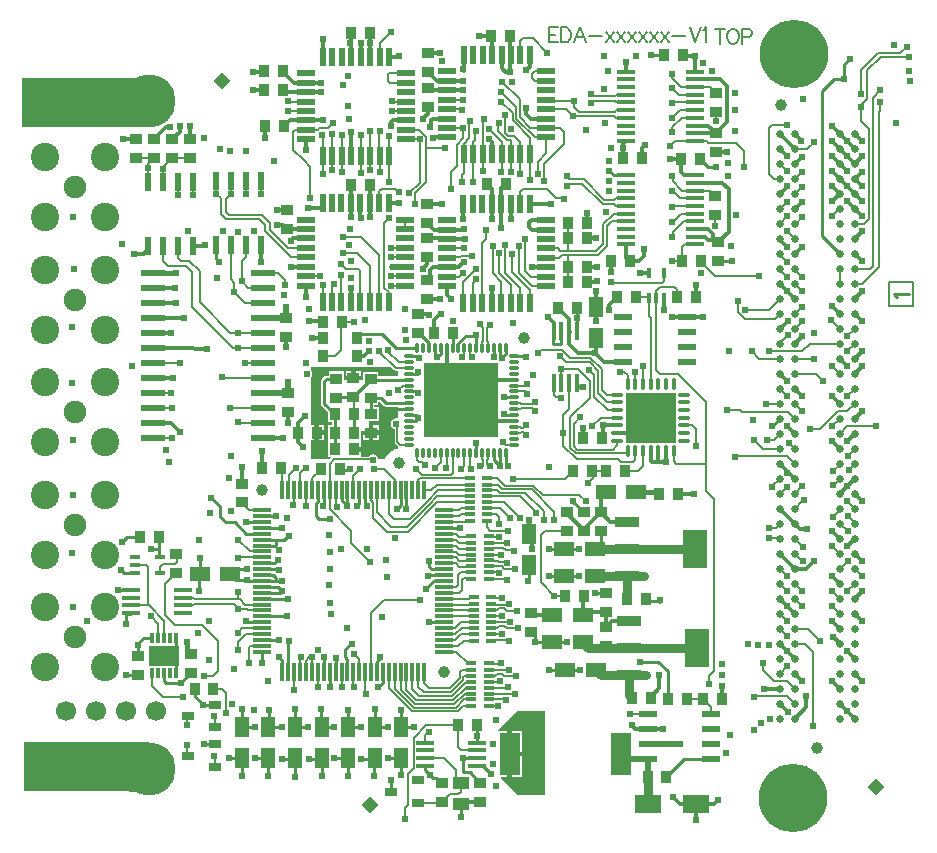
<source format=gtl>
%FSLAX25Y25*%
%MOIN*%
G70*
G01*
G75*
G04 Layer_Physical_Order=1*
G04 Layer_Color=255*
%ADD10R,0.03740X0.03937*%
%ADD11R,0.03937X0.03543*%
%ADD12R,0.03937X0.03740*%
%ADD13R,0.05906X0.01772*%
%ADD14R,0.03347X0.01772*%
%ADD15R,0.03347X0.01181*%
%ADD16R,0.02362X0.06102*%
%ADD17R,0.03543X0.03937*%
%ADD18R,0.03543X0.04331*%
%ADD19R,0.01575X0.03543*%
%ADD20R,0.07874X0.02362*%
%ADD21R,0.07087X0.04921*%
%ADD22R,0.03543X0.01575*%
%ADD23O,0.04331X0.01378*%
%ADD24O,0.01378X0.04331*%
%ADD25R,0.16535X0.16535*%
%ADD26R,0.04134X0.02559*%
%ADD27R,0.01181X0.05906*%
%ADD28R,0.05906X0.01181*%
%ADD29C,0.03937*%
%ADD30O,0.03347X0.01181*%
%ADD31O,0.01181X0.03347*%
%ADD32R,0.25000X0.25000*%
%ADD33R,0.08661X0.06102*%
%ADD34R,0.07008X0.14016*%
%ADD35R,0.05906X0.02165*%
%ADD36R,0.02165X0.05906*%
%ADD37C,0.02520*%
%ADD38R,0.09843X0.06890*%
%ADD39R,0.01181X0.03347*%
%ADD40R,0.08465X0.03740*%
%ADD41R,0.08465X0.12795*%
%ADD42R,0.04921X0.07087*%
%ADD43R,0.05512X0.04134*%
%ADD44R,0.06102X0.02362*%
%ADD45P,0.05568X4X360.0*%
%ADD46P,0.05568X4X270.0*%
%ADD47R,0.01772X0.05906*%
%ADD48C,0.00600*%
%ADD49C,0.01000*%
%ADD50C,0.01200*%
%ADD51C,0.00800*%
%ADD52C,0.03000*%
%ADD53C,0.01500*%
%ADD54C,0.02000*%
%ADD55C,0.00820*%
%ADD56C,0.04000*%
%ADD57C,0.02400*%
%ADD58C,0.00500*%
%ADD59C,0.06693*%
%ADD60C,0.09449*%
%ADD61C,0.07480*%
%ADD62C,0.17716*%
%ADD63C,0.22835*%
%ADD64C,0.02400*%
G36*
X-148746Y26378D02*
X-148448Y26179D01*
X-148097Y26109D01*
X-147400D01*
Y24211D01*
X-153832D01*
Y25721D01*
X-158968D01*
Y23000D01*
X-159000D01*
Y23000D01*
X-165331D01*
Y25820D01*
X-170468D01*
Y24471D01*
X-171050D01*
X-171050Y24471D01*
X-171480Y24386D01*
X-171844Y24143D01*
X-172693Y23293D01*
X-172936Y22929D01*
X-173022Y22500D01*
X-173022Y22500D01*
Y15050D01*
X-173022Y15050D01*
X-172936Y14621D01*
X-172693Y14257D01*
X-170820Y12384D01*
Y8931D01*
X-169471D01*
Y7969D01*
X-170820D01*
Y2832D01*
X-170721D01*
Y2468D01*
X-170721D01*
Y-2668D01*
X-169683D01*
X-169635Y-2784D01*
X-169913Y-3200D01*
X-176300D01*
Y2832D01*
X-175250D01*
Y5399D01*
Y7969D01*
X-176300D01*
Y23955D01*
X-176004Y24398D01*
X-175865Y25100D01*
X-176004Y25802D01*
X-176300Y26245D01*
Y27200D01*
X-149568D01*
X-148746Y26378D01*
D02*
G37*
G36*
X-152109Y14423D02*
X-151745Y14180D01*
X-151316Y14094D01*
X-151316Y14094D01*
X-147400D01*
Y10530D01*
X-147786Y10213D01*
X-147900Y10235D01*
X-148602Y10096D01*
X-149198Y9698D01*
X-149596Y9102D01*
X-149735Y8400D01*
X-149596Y7698D01*
X-149198Y7102D01*
X-148602Y6704D01*
X-148418Y6668D01*
Y2400D01*
X-148348Y2049D01*
X-148149Y1751D01*
X-147400Y1002D01*
Y65D01*
X-148302Y-54D01*
X-149453Y-531D01*
X-150442Y-1290D01*
X-151201Y-2279D01*
X-151583Y-3200D01*
X-153844D01*
X-153904Y-2898D01*
X-154302Y-2302D01*
X-154898Y-1904D01*
X-155600Y-1765D01*
X-156302Y-1904D01*
X-156898Y-2302D01*
X-157085Y-2582D01*
X-159679D01*
Y-900D01*
X-162051D01*
Y500D01*
X-162000D01*
Y700D01*
X-159679D01*
Y2468D01*
X-159679D01*
Y2733D01*
X-159580Y2832D01*
X-159580D01*
Y6000D01*
X-157000D01*
Y6150D01*
Y7820D01*
Y9179D01*
X-153732D01*
Y14120D01*
X-155278D01*
Y14679D01*
X-153832D01*
Y15492D01*
X-153370Y15683D01*
X-152109Y14423D01*
D02*
G37*
G36*
X-230350Y-114200D02*
X-236884D01*
X-237100Y-114157D01*
X-271850D01*
Y-97700D01*
X-230350D01*
Y-114200D01*
D02*
G37*
G36*
X-231051Y107300D02*
X-272549D01*
Y123757D01*
X-236600D01*
X-236386Y123800D01*
X-231051D01*
Y107300D01*
D02*
G37*
G36*
X-98200Y-115300D02*
X-107500D01*
X-113030Y-109770D01*
X-112839Y-109308D01*
X-110904D01*
Y-101701D01*
Y-94092D01*
X-113639D01*
X-113830Y-93630D01*
X-107500Y-87300D01*
X-98200D01*
Y-115300D01*
D02*
G37*
%LPC*%
G36*
X-171980Y4600D02*
X-173650D01*
Y2832D01*
X-171980D01*
Y4600D01*
D02*
G37*
G36*
X-106000Y-94092D02*
X-109304D01*
Y-100900D01*
X-106000D01*
Y-94092D01*
D02*
G37*
G36*
Y-102500D02*
X-109304D01*
Y-109308D01*
X-106000D01*
Y-102500D01*
D02*
G37*
G36*
X-157100Y4550D02*
X-158869D01*
Y2880D01*
X-157100D01*
Y4550D01*
D02*
G37*
G36*
X-163000Y26020D02*
X-164769D01*
Y24350D01*
X-163000D01*
Y26020D01*
D02*
G37*
G36*
X-159632D02*
X-161400D01*
Y24350D01*
X-159632D01*
Y26020D01*
D02*
G37*
G36*
X-171980Y7969D02*
X-173650D01*
Y6200D01*
X-171980D01*
Y7969D01*
D02*
G37*
G36*
X-153732Y4550D02*
X-155500D01*
Y2880D01*
X-153732D01*
Y4550D01*
D02*
G37*
G36*
Y7820D02*
X-155500D01*
Y6150D01*
X-153732D01*
Y7820D01*
D02*
G37*
%LPD*%
D10*
X-52350Y131300D02*
D03*
X-58650D02*
D03*
X-53050Y96700D02*
D03*
X-46750D02*
D03*
X-65950Y97000D02*
D03*
X-72250D02*
D03*
X-172250Y42400D02*
D03*
X-165950D02*
D03*
X-185650Y126100D02*
D03*
X-191950D02*
D03*
X-174450Y5400D02*
D03*
X-180750D02*
D03*
X-64750Y-49900D02*
D03*
X-71050D02*
D03*
X-63150Y-83000D02*
D03*
X-69450D02*
D03*
X-162050Y11500D02*
D03*
X-168350D02*
D03*
X-162050Y5400D02*
D03*
X-168350D02*
D03*
X-156650Y138800D02*
D03*
X-162950D02*
D03*
X-191750Y107500D02*
D03*
X-185450D02*
D03*
X-109950Y137800D02*
D03*
X-116250D02*
D03*
X-70150Y62600D02*
D03*
X-76450D02*
D03*
X-111450Y88200D02*
D03*
X-117750D02*
D03*
X-156650Y88100D02*
D03*
X-162950D02*
D03*
X-191950Y119700D02*
D03*
X-185650D02*
D03*
X-57850Y-109200D02*
D03*
X-64150D02*
D03*
X-226950Y-29400D02*
D03*
X-233250D02*
D03*
X-79450Y3500D02*
D03*
X-85750D02*
D03*
D11*
X-41500Y77850D02*
D03*
Y84150D02*
D03*
X-41400Y118650D02*
D03*
Y112350D02*
D03*
X-222600Y103250D02*
D03*
Y96950D02*
D03*
X-234500Y103250D02*
D03*
Y96950D02*
D03*
X-216700D02*
D03*
Y103250D02*
D03*
X-228600Y96950D02*
D03*
Y103250D02*
D03*
X-216300Y-68250D02*
D03*
Y-74550D02*
D03*
X-156400Y17050D02*
D03*
Y23350D02*
D03*
X-132800Y-111450D02*
D03*
Y-117750D02*
D03*
X-221400Y-41350D02*
D03*
Y-35050D02*
D03*
X-90900Y-21050D02*
D03*
Y-27350D02*
D03*
X-103000Y-54650D02*
D03*
Y-60950D02*
D03*
X-78000Y-54250D02*
D03*
Y-47950D02*
D03*
X-85400Y-27450D02*
D03*
Y-21150D02*
D03*
X-78000Y-65550D02*
D03*
Y-59250D02*
D03*
X-79700Y-27450D02*
D03*
Y-21150D02*
D03*
X-199400Y-17850D02*
D03*
Y-11550D02*
D03*
X-140500Y38650D02*
D03*
Y44950D02*
D03*
D12*
X-41300Y98950D02*
D03*
Y105250D02*
D03*
X-183900Y18650D02*
D03*
Y12350D02*
D03*
X-137700Y56150D02*
D03*
Y49850D02*
D03*
X-137300Y120150D02*
D03*
Y113850D02*
D03*
X-40700Y68850D02*
D03*
Y62550D02*
D03*
X-119900Y-111250D02*
D03*
Y-117550D02*
D03*
X-156300Y11650D02*
D03*
Y5350D02*
D03*
X-162200Y17250D02*
D03*
Y23550D02*
D03*
X-167900Y23350D02*
D03*
Y17050D02*
D03*
X-137400Y132050D02*
D03*
Y125750D02*
D03*
X-184200Y79550D02*
D03*
Y73250D02*
D03*
X-137700Y64050D02*
D03*
Y70350D02*
D03*
X-137600Y81750D02*
D03*
Y75450D02*
D03*
X-184500Y37250D02*
D03*
Y43550D02*
D03*
X-233900Y-68950D02*
D03*
Y-75250D02*
D03*
D13*
X-71217Y102684D02*
D03*
Y105243D02*
D03*
Y107802D02*
D03*
Y110361D02*
D03*
Y112920D02*
D03*
Y115480D02*
D03*
Y118039D02*
D03*
Y120598D02*
D03*
Y123157D02*
D03*
Y125716D02*
D03*
X-48383D02*
D03*
Y123157D02*
D03*
Y120598D02*
D03*
Y118039D02*
D03*
Y115480D02*
D03*
Y112920D02*
D03*
Y110361D02*
D03*
Y107802D02*
D03*
Y105243D02*
D03*
Y102684D02*
D03*
X-120939Y-105639D02*
D03*
Y-103079D02*
D03*
Y-100521D02*
D03*
Y-97961D02*
D03*
X-138261D02*
D03*
Y-100521D02*
D03*
Y-103079D02*
D03*
Y-105639D02*
D03*
X-219039Y-54739D02*
D03*
Y-52179D02*
D03*
Y-49621D02*
D03*
Y-47061D02*
D03*
X-236361D02*
D03*
Y-49621D02*
D03*
Y-52179D02*
D03*
Y-54739D02*
D03*
X-48483Y68184D02*
D03*
Y70743D02*
D03*
Y73302D02*
D03*
Y75861D02*
D03*
Y78421D02*
D03*
Y80980D02*
D03*
Y83539D02*
D03*
Y86098D02*
D03*
Y88657D02*
D03*
Y91216D02*
D03*
X-71317D02*
D03*
Y88657D02*
D03*
Y86098D02*
D03*
Y83539D02*
D03*
Y80980D02*
D03*
Y78421D02*
D03*
Y75861D02*
D03*
Y73302D02*
D03*
Y70743D02*
D03*
Y68184D02*
D03*
D14*
X-116247Y-49515D02*
D03*
Y-63885D02*
D03*
X-122153D02*
D03*
Y-49515D02*
D03*
X-117047Y-29015D02*
D03*
Y-43385D02*
D03*
X-122953D02*
D03*
Y-29015D02*
D03*
X-117547Y-9615D02*
D03*
Y-23985D02*
D03*
X-123453D02*
D03*
Y-9615D02*
D03*
X-116947Y-71415D02*
D03*
Y-85785D02*
D03*
X-122853D02*
D03*
Y-71415D02*
D03*
D15*
X-116247Y-51779D02*
D03*
Y-53747D02*
D03*
Y-55716D02*
D03*
Y-57684D02*
D03*
Y-59653D02*
D03*
Y-61621D02*
D03*
X-122153D02*
D03*
Y-59653D02*
D03*
Y-57684D02*
D03*
Y-55716D02*
D03*
Y-53747D02*
D03*
Y-51779D02*
D03*
X-117047Y-31279D02*
D03*
Y-33247D02*
D03*
Y-35216D02*
D03*
Y-37184D02*
D03*
Y-39153D02*
D03*
Y-41121D02*
D03*
X-122953D02*
D03*
Y-39153D02*
D03*
Y-37184D02*
D03*
Y-35216D02*
D03*
Y-33247D02*
D03*
Y-31279D02*
D03*
X-117547Y-11879D02*
D03*
Y-13847D02*
D03*
Y-15816D02*
D03*
Y-17784D02*
D03*
Y-19753D02*
D03*
Y-21721D02*
D03*
X-123453D02*
D03*
Y-19753D02*
D03*
Y-17784D02*
D03*
Y-15816D02*
D03*
Y-13847D02*
D03*
Y-11879D02*
D03*
X-116947Y-73679D02*
D03*
Y-75647D02*
D03*
Y-77616D02*
D03*
Y-79584D02*
D03*
Y-81553D02*
D03*
Y-83521D02*
D03*
X-122853D02*
D03*
Y-81553D02*
D03*
Y-79584D02*
D03*
Y-77616D02*
D03*
Y-75647D02*
D03*
Y-73679D02*
D03*
D16*
X-193000Y89230D02*
D03*
X-198000D02*
D03*
X-203000D02*
D03*
X-208000D02*
D03*
X-193000Y67970D02*
D03*
X-198000D02*
D03*
X-203000D02*
D03*
X-208000D02*
D03*
X-215500Y89030D02*
D03*
X-220500D02*
D03*
X-225500D02*
D03*
X-230500D02*
D03*
X-215500Y67770D02*
D03*
X-220500D02*
D03*
X-225500D02*
D03*
X-230500D02*
D03*
D17*
X-215150Y-80000D02*
D03*
X-208850D02*
D03*
X-93950Y47000D02*
D03*
X-87650D02*
D03*
X-52750Y62500D02*
D03*
X-46450D02*
D03*
X-90750Y55800D02*
D03*
X-84450D02*
D03*
X-84450Y60800D02*
D03*
X-90750D02*
D03*
X-84450Y70200D02*
D03*
X-90750D02*
D03*
X-90750Y75200D02*
D03*
X-84450D02*
D03*
X-71650Y-7400D02*
D03*
X-77950D02*
D03*
X-67950Y50700D02*
D03*
X-74250D02*
D03*
X-54450Y50500D02*
D03*
X-48150D02*
D03*
X-168350Y-100D02*
D03*
X-162050D02*
D03*
X-85450Y-49000D02*
D03*
X-91750D02*
D03*
X-60250Y-14900D02*
D03*
X-53950D02*
D03*
X-186450Y-6200D02*
D03*
X-192750D02*
D03*
X-128950Y38800D02*
D03*
X-135250D02*
D03*
X-88950Y-7400D02*
D03*
X-82650D02*
D03*
X-166650Y-6600D02*
D03*
X-172950D02*
D03*
X-39350Y-83200D02*
D03*
X-45650D02*
D03*
X-51050D02*
D03*
X-57350D02*
D03*
X-120950Y-92000D02*
D03*
X-127250D02*
D03*
D18*
X-172330Y31047D02*
D03*
X-161070D02*
D03*
Y36953D02*
D03*
X-172330D02*
D03*
D19*
X-63759Y58734D02*
D03*
X-58641D02*
D03*
Y50466D02*
D03*
X-61200D02*
D03*
X-63759D02*
D03*
D20*
X-192293Y18700D02*
D03*
Y13700D02*
D03*
X-228907Y23700D02*
D03*
Y18700D02*
D03*
Y13700D02*
D03*
Y8700D02*
D03*
Y3700D02*
D03*
X-192293D02*
D03*
Y8700D02*
D03*
X-228907Y28700D02*
D03*
Y33700D02*
D03*
Y38700D02*
D03*
Y43700D02*
D03*
Y48700D02*
D03*
Y53700D02*
D03*
Y58700D02*
D03*
X-192293Y23700D02*
D03*
Y28700D02*
D03*
Y33700D02*
D03*
Y38700D02*
D03*
Y43700D02*
D03*
Y48700D02*
D03*
Y53700D02*
D03*
Y58700D02*
D03*
D21*
X-81682Y-33400D02*
D03*
X-91918D02*
D03*
X-85682Y-55400D02*
D03*
X-95918D02*
D03*
X-91918Y-42200D02*
D03*
X-81682D02*
D03*
X-91618Y-73600D02*
D03*
X-81382D02*
D03*
X-95918Y-64500D02*
D03*
X-85682D02*
D03*
X-213418Y-41800D02*
D03*
X-203182D02*
D03*
X-67882Y-14500D02*
D03*
X-78118D02*
D03*
D22*
X-226766Y-36141D02*
D03*
Y-41259D02*
D03*
X-235034D02*
D03*
Y-38700D02*
D03*
Y-36141D02*
D03*
D23*
X-74321Y18077D02*
D03*
Y15518D02*
D03*
Y12959D02*
D03*
Y10400D02*
D03*
Y7841D02*
D03*
Y5282D02*
D03*
Y2723D02*
D03*
X-51880D02*
D03*
Y5282D02*
D03*
Y7841D02*
D03*
Y10400D02*
D03*
Y12959D02*
D03*
Y15518D02*
D03*
Y18077D02*
D03*
D24*
X-70777Y-821D02*
D03*
X-68218D02*
D03*
X-65659D02*
D03*
X-63100D02*
D03*
X-60541D02*
D03*
X-57982D02*
D03*
X-55423D02*
D03*
Y21621D02*
D03*
X-57982D02*
D03*
X-60541D02*
D03*
X-63100D02*
D03*
X-65659D02*
D03*
X-68218D02*
D03*
X-70777D02*
D03*
D25*
X-63100Y10400D02*
D03*
D26*
X-149728Y-114200D02*
D03*
X-140672Y-110460D02*
D03*
Y-117940D02*
D03*
X-217328Y-89100D02*
D03*
X-208272Y-85360D02*
D03*
Y-92840D02*
D03*
Y-105940D02*
D03*
Y-98460D02*
D03*
X-217328Y-102200D02*
D03*
D27*
X-185839Y-74330D02*
D03*
X-183870D02*
D03*
X-181902D02*
D03*
X-179933D02*
D03*
X-177965D02*
D03*
X-175996D02*
D03*
X-174028D02*
D03*
X-172059D02*
D03*
X-170091D02*
D03*
X-168122D02*
D03*
X-166154D02*
D03*
X-164185D02*
D03*
X-162216D02*
D03*
X-160248D02*
D03*
X-158280D02*
D03*
X-156311D02*
D03*
X-154342D02*
D03*
X-152374D02*
D03*
X-150406D02*
D03*
X-148437D02*
D03*
X-146468D02*
D03*
X-144500D02*
D03*
X-142532D02*
D03*
X-140563D02*
D03*
X-138594D02*
D03*
Y-13700D02*
D03*
X-140563D02*
D03*
X-142532D02*
D03*
X-144500D02*
D03*
X-146468D02*
D03*
X-148437D02*
D03*
X-150406D02*
D03*
X-152374D02*
D03*
X-154342D02*
D03*
X-156311D02*
D03*
X-158280D02*
D03*
X-160248D02*
D03*
X-162216D02*
D03*
X-164185D02*
D03*
X-166154D02*
D03*
X-168122D02*
D03*
X-170091D02*
D03*
X-172059D02*
D03*
X-174028D02*
D03*
X-175996D02*
D03*
X-177965D02*
D03*
X-179933D02*
D03*
X-181902D02*
D03*
X-183870D02*
D03*
X-185839D02*
D03*
D28*
X-131902Y-67637D02*
D03*
Y-65668D02*
D03*
Y-63700D02*
D03*
Y-61731D02*
D03*
Y-59763D02*
D03*
Y-57794D02*
D03*
Y-55826D02*
D03*
Y-53857D02*
D03*
Y-51889D02*
D03*
Y-49920D02*
D03*
Y-47952D02*
D03*
Y-45983D02*
D03*
Y-44015D02*
D03*
Y-42046D02*
D03*
Y-40078D02*
D03*
Y-38109D02*
D03*
Y-36141D02*
D03*
Y-34172D02*
D03*
Y-32204D02*
D03*
Y-30235D02*
D03*
Y-28267D02*
D03*
Y-26298D02*
D03*
Y-24330D02*
D03*
Y-22361D02*
D03*
Y-20393D02*
D03*
X-192532D02*
D03*
Y-22361D02*
D03*
Y-24330D02*
D03*
Y-26298D02*
D03*
Y-28267D02*
D03*
Y-30235D02*
D03*
Y-32204D02*
D03*
Y-34172D02*
D03*
Y-36141D02*
D03*
Y-38109D02*
D03*
Y-40078D02*
D03*
Y-42046D02*
D03*
Y-44015D02*
D03*
Y-45983D02*
D03*
Y-47952D02*
D03*
Y-49920D02*
D03*
Y-51889D02*
D03*
Y-53857D02*
D03*
Y-55826D02*
D03*
Y-57794D02*
D03*
Y-59763D02*
D03*
Y-61731D02*
D03*
Y-63700D02*
D03*
Y-65668D02*
D03*
Y-67637D02*
D03*
D29*
Y-13700D02*
D03*
X-131902Y-74330D02*
D03*
X-105334Y37066D02*
D03*
X-147066Y-4666D02*
D03*
X-19529Y114569D02*
D03*
X-7529Y-99531D02*
D03*
D30*
X-143720Y30964D02*
D03*
Y28995D02*
D03*
Y27027D02*
D03*
Y25058D02*
D03*
Y23090D02*
D03*
Y21121D02*
D03*
Y19153D02*
D03*
Y17184D02*
D03*
Y15216D02*
D03*
Y13247D02*
D03*
Y11279D02*
D03*
Y9310D02*
D03*
Y7342D02*
D03*
Y5373D02*
D03*
Y3405D02*
D03*
Y1436D02*
D03*
X-108680D02*
D03*
Y3405D02*
D03*
Y5373D02*
D03*
Y7342D02*
D03*
Y9310D02*
D03*
Y11279D02*
D03*
Y13247D02*
D03*
Y15216D02*
D03*
Y17184D02*
D03*
Y19153D02*
D03*
Y21121D02*
D03*
Y23090D02*
D03*
Y25058D02*
D03*
Y27027D02*
D03*
Y28995D02*
D03*
Y30964D02*
D03*
D31*
X-140964Y-1320D02*
D03*
X-138995D02*
D03*
X-137027D02*
D03*
X-135058D02*
D03*
X-133090D02*
D03*
X-131121D02*
D03*
X-129153D02*
D03*
X-127184D02*
D03*
X-125216D02*
D03*
X-123247D02*
D03*
X-121279D02*
D03*
X-119310D02*
D03*
X-117342D02*
D03*
X-115373D02*
D03*
X-113405D02*
D03*
X-111436D02*
D03*
Y33720D02*
D03*
X-113405D02*
D03*
X-115373D02*
D03*
X-117342D02*
D03*
X-119310D02*
D03*
X-121279D02*
D03*
X-123247D02*
D03*
X-125216D02*
D03*
X-127184D02*
D03*
X-129153D02*
D03*
X-131121D02*
D03*
X-133090D02*
D03*
X-135058D02*
D03*
X-137027D02*
D03*
X-138995D02*
D03*
X-140964D02*
D03*
D32*
X-126200Y16200D02*
D03*
D33*
X-64071Y-118500D02*
D03*
X-47929D02*
D03*
D34*
X-73096Y-101700D02*
D03*
X-110104D02*
D03*
D35*
X-97839Y103812D02*
D03*
Y106961D02*
D03*
Y110111D02*
D03*
Y113261D02*
D03*
Y116410D02*
D03*
Y119560D02*
D03*
Y122709D02*
D03*
Y125859D02*
D03*
X-130910D02*
D03*
Y122709D02*
D03*
Y119560D02*
D03*
Y116410D02*
D03*
Y113261D02*
D03*
Y110111D02*
D03*
Y106961D02*
D03*
Y103812D02*
D03*
X-144800Y103202D02*
D03*
Y106352D02*
D03*
Y109502D02*
D03*
Y112651D02*
D03*
Y115801D02*
D03*
Y118950D02*
D03*
Y122100D02*
D03*
Y125250D02*
D03*
X-177871D02*
D03*
Y122100D02*
D03*
Y118950D02*
D03*
Y115801D02*
D03*
Y112651D02*
D03*
Y109502D02*
D03*
Y106352D02*
D03*
Y103202D02*
D03*
X-144900Y54402D02*
D03*
Y57552D02*
D03*
Y60702D02*
D03*
Y63851D02*
D03*
Y67001D02*
D03*
Y70150D02*
D03*
Y73300D02*
D03*
Y76450D02*
D03*
X-177971D02*
D03*
Y73300D02*
D03*
Y70150D02*
D03*
Y67001D02*
D03*
Y63851D02*
D03*
Y60702D02*
D03*
Y57552D02*
D03*
Y54402D02*
D03*
X-97939Y54241D02*
D03*
Y57390D02*
D03*
Y60540D02*
D03*
Y63690D02*
D03*
Y66839D02*
D03*
Y69989D02*
D03*
Y73139D02*
D03*
Y76288D02*
D03*
X-131009D02*
D03*
Y73139D02*
D03*
Y69989D02*
D03*
Y66839D02*
D03*
Y63690D02*
D03*
Y60540D02*
D03*
Y57390D02*
D03*
Y54241D02*
D03*
D36*
X-103351Y131371D02*
D03*
X-106501D02*
D03*
X-109650D02*
D03*
X-112800D02*
D03*
X-115950D02*
D03*
X-119099D02*
D03*
X-122249D02*
D03*
X-125398D02*
D03*
Y98300D02*
D03*
X-122249D02*
D03*
X-119099D02*
D03*
X-115950D02*
D03*
X-112800D02*
D03*
X-109650D02*
D03*
X-106501D02*
D03*
X-103351D02*
D03*
X-150312Y130761D02*
D03*
X-153461D02*
D03*
X-156611D02*
D03*
X-159761D02*
D03*
X-162910D02*
D03*
X-166060D02*
D03*
X-169209D02*
D03*
X-172359D02*
D03*
Y97690D02*
D03*
X-169209D02*
D03*
X-166060D02*
D03*
X-162910D02*
D03*
X-159761D02*
D03*
X-156611D02*
D03*
X-153461D02*
D03*
X-150312D02*
D03*
X-150412Y81961D02*
D03*
X-153561D02*
D03*
X-156711D02*
D03*
X-159861D02*
D03*
X-163010D02*
D03*
X-166160D02*
D03*
X-169309D02*
D03*
X-172459D02*
D03*
Y48891D02*
D03*
X-169309D02*
D03*
X-166160D02*
D03*
X-163010D02*
D03*
X-159861D02*
D03*
X-156711D02*
D03*
X-153561D02*
D03*
X-150412D02*
D03*
X-103450Y81800D02*
D03*
X-106600D02*
D03*
X-109750D02*
D03*
X-112899D02*
D03*
X-116049D02*
D03*
X-119198D02*
D03*
X-122348D02*
D03*
X-125498D02*
D03*
Y48729D02*
D03*
X-122348D02*
D03*
X-119198D02*
D03*
X-116049D02*
D03*
X-112899D02*
D03*
X-109750D02*
D03*
X-106600D02*
D03*
X-103450D02*
D03*
D37*
X-20029Y105019D02*
D03*
Y100019D02*
D03*
Y95019D02*
D03*
Y90019D02*
D03*
Y85019D02*
D03*
Y80019D02*
D03*
Y75019D02*
D03*
Y70019D02*
D03*
Y65019D02*
D03*
Y60019D02*
D03*
Y55019D02*
D03*
Y50019D02*
D03*
Y45019D02*
D03*
Y40019D02*
D03*
Y35019D02*
D03*
Y30019D02*
D03*
Y25019D02*
D03*
Y20019D02*
D03*
Y15019D02*
D03*
Y10019D02*
D03*
Y5019D02*
D03*
Y19D02*
D03*
Y-4981D02*
D03*
Y-9981D02*
D03*
Y-14981D02*
D03*
Y-19981D02*
D03*
Y-24981D02*
D03*
Y-29981D02*
D03*
Y-34981D02*
D03*
Y-39981D02*
D03*
Y-44981D02*
D03*
Y-49981D02*
D03*
Y-54981D02*
D03*
Y-59981D02*
D03*
Y-64981D02*
D03*
Y-69981D02*
D03*
Y-74981D02*
D03*
Y-79981D02*
D03*
Y-84981D02*
D03*
Y-89981D02*
D03*
X-15029Y105019D02*
D03*
Y100019D02*
D03*
Y95019D02*
D03*
Y90019D02*
D03*
Y85019D02*
D03*
Y80019D02*
D03*
Y75019D02*
D03*
Y70019D02*
D03*
Y65019D02*
D03*
Y60019D02*
D03*
Y55019D02*
D03*
Y50019D02*
D03*
Y45019D02*
D03*
Y40019D02*
D03*
Y35019D02*
D03*
Y30019D02*
D03*
Y25019D02*
D03*
Y20019D02*
D03*
Y15019D02*
D03*
Y10019D02*
D03*
Y5019D02*
D03*
Y19D02*
D03*
Y-4981D02*
D03*
Y-9981D02*
D03*
Y-14981D02*
D03*
Y-19981D02*
D03*
Y-24981D02*
D03*
Y-29981D02*
D03*
Y-34981D02*
D03*
Y-39981D02*
D03*
Y-44981D02*
D03*
Y-49981D02*
D03*
Y-54981D02*
D03*
Y-59981D02*
D03*
Y-64981D02*
D03*
Y-69981D02*
D03*
Y-74981D02*
D03*
Y-79981D02*
D03*
Y-84981D02*
D03*
Y-89981D02*
D03*
X-29Y105019D02*
D03*
Y100019D02*
D03*
Y95019D02*
D03*
Y90019D02*
D03*
Y85019D02*
D03*
Y80019D02*
D03*
Y75019D02*
D03*
Y70019D02*
D03*
Y65019D02*
D03*
Y60019D02*
D03*
Y55019D02*
D03*
Y50019D02*
D03*
Y45019D02*
D03*
Y40019D02*
D03*
Y35019D02*
D03*
Y30019D02*
D03*
Y25019D02*
D03*
Y20019D02*
D03*
Y15019D02*
D03*
Y10019D02*
D03*
Y5019D02*
D03*
Y19D02*
D03*
Y-4981D02*
D03*
Y-9981D02*
D03*
Y-14981D02*
D03*
Y-19981D02*
D03*
Y-24981D02*
D03*
Y-29981D02*
D03*
Y-34981D02*
D03*
Y-39981D02*
D03*
Y-44981D02*
D03*
Y-49981D02*
D03*
Y-54981D02*
D03*
Y-59981D02*
D03*
Y-64981D02*
D03*
Y-69981D02*
D03*
Y-74981D02*
D03*
Y-79981D02*
D03*
Y-84981D02*
D03*
Y-89981D02*
D03*
X4971Y105019D02*
D03*
Y100019D02*
D03*
Y95019D02*
D03*
Y90019D02*
D03*
Y85019D02*
D03*
Y80019D02*
D03*
Y75019D02*
D03*
Y70019D02*
D03*
Y65019D02*
D03*
Y60019D02*
D03*
Y55019D02*
D03*
Y50019D02*
D03*
Y45019D02*
D03*
Y40019D02*
D03*
Y35019D02*
D03*
Y30019D02*
D03*
Y25019D02*
D03*
Y20019D02*
D03*
Y15019D02*
D03*
Y10019D02*
D03*
Y5019D02*
D03*
Y19D02*
D03*
Y-4981D02*
D03*
Y-9981D02*
D03*
Y-14981D02*
D03*
Y-19981D02*
D03*
Y-24981D02*
D03*
Y-29981D02*
D03*
Y-34981D02*
D03*
Y-39981D02*
D03*
Y-44981D02*
D03*
Y-49981D02*
D03*
Y-54981D02*
D03*
Y-59981D02*
D03*
Y-64981D02*
D03*
Y-69981D02*
D03*
Y-74981D02*
D03*
Y-79981D02*
D03*
Y-84981D02*
D03*
Y-89981D02*
D03*
D38*
X-225300Y-68900D02*
D03*
D39*
X-229237Y-74805D02*
D03*
X-227269D02*
D03*
X-225300D02*
D03*
X-223331D02*
D03*
X-221363D02*
D03*
Y-62994D02*
D03*
X-223331D02*
D03*
X-225300D02*
D03*
X-227269D02*
D03*
X-229237D02*
D03*
D40*
X-70417Y-57245D02*
D03*
Y-66300D02*
D03*
Y-75355D02*
D03*
X-71117Y-24245D02*
D03*
Y-33300D02*
D03*
Y-42355D02*
D03*
D41*
X-47583Y-66300D02*
D03*
X-48283Y-33300D02*
D03*
D42*
X-199400Y-103036D02*
D03*
Y-92800D02*
D03*
X-190533Y-103036D02*
D03*
Y-92800D02*
D03*
X-181667Y-103036D02*
D03*
Y-92800D02*
D03*
X-146200Y-102918D02*
D03*
Y-92682D02*
D03*
X-155067Y-102918D02*
D03*
Y-92682D02*
D03*
X-163933Y-102918D02*
D03*
Y-92682D02*
D03*
X-172800D02*
D03*
Y-102918D02*
D03*
X-103800Y-38718D02*
D03*
Y-28482D02*
D03*
X-81200Y47318D02*
D03*
Y37082D02*
D03*
D43*
X-126300Y-111357D02*
D03*
Y-118443D02*
D03*
D44*
X-51070Y29000D02*
D03*
Y34000D02*
D03*
Y39000D02*
D03*
Y44000D02*
D03*
X-72330Y29000D02*
D03*
Y34000D02*
D03*
Y39000D02*
D03*
Y44000D02*
D03*
X-64130Y-88300D02*
D03*
Y-93300D02*
D03*
Y-98300D02*
D03*
Y-103300D02*
D03*
X-42870Y-88300D02*
D03*
Y-93300D02*
D03*
Y-98300D02*
D03*
Y-103300D02*
D03*
D45*
X-206100Y122800D02*
D03*
X-156600Y-118700D02*
D03*
D46*
X11900Y-112700D02*
D03*
D47*
X-87761Y21939D02*
D03*
X-90320D02*
D03*
X-92879D02*
D03*
X-95439D02*
D03*
Y39261D02*
D03*
X-92879D02*
D03*
X-90320D02*
D03*
X-87761D02*
D03*
D48*
X-116947Y-85785D02*
X-114015D01*
X-117147D02*
X-116947D01*
X-170091Y-20109D02*
Y-13700D01*
X-168563Y-3500D02*
X-155700D01*
X-155600Y-3600D01*
X-155450Y-6850D02*
X-152110D01*
X-148437Y-10523D01*
Y-13700D02*
Y-10523D01*
X-170091Y-5027D02*
X-168563Y-3500D01*
X-170091Y-13700D02*
Y-5027D01*
X-109000Y-10100D02*
X-91650D01*
X-88950Y-7400D01*
X-147500Y2400D02*
Y8800D01*
X-112300Y2400D02*
X-111336Y1436D01*
X-108680D01*
X-147200Y19700D02*
X-145779Y21121D01*
X-143720D01*
X-147900Y8400D02*
X-147500Y8800D01*
Y2400D02*
X-146536Y1436D01*
X-143720D01*
X-140110Y-9847D02*
X-123685D01*
X-136300Y-13700D02*
X-134479Y-11879D01*
X-123453D01*
X-137631Y-17553D02*
X-133926Y-13847D01*
X-123453D01*
X-139353Y-8647D02*
X-129747D01*
X-131121Y-6021D02*
Y-1320D01*
X-131300Y-6200D02*
X-131121Y-6021D01*
X-135100Y-6400D02*
X-133090Y-4390D01*
X-138594Y-13700D02*
X-136300D01*
X-129153Y-8053D02*
Y-1320D01*
X-129747Y-8647D02*
X-129153Y-8053D01*
X-95439Y17839D02*
X-94800Y17200D01*
X-92400D01*
X-95439Y17839D02*
Y21939D01*
X-140450Y-4250D02*
X-139250D01*
X-140964Y-3736D02*
X-140450Y-4250D01*
X-139250D02*
X-138300Y-5200D01*
X-140964Y-3736D02*
Y-1320D01*
X-112584Y-13416D02*
X-102784D01*
X-114385Y-9615D02*
X-111784Y-12216D01*
X-114121Y-11879D02*
X-112584Y-13416D01*
X-114253Y-13847D02*
X-113484Y-14616D01*
X-117547Y-9615D02*
X-114385D01*
X-117547Y-11879D02*
X-114121D01*
X-133090Y-4390D02*
Y-1320D01*
X-123685Y-9847D02*
X-123453Y-9615D01*
X-140563Y-10300D02*
X-140110Y-9847D01*
X-141400Y-6600D02*
X-139353Y-8647D01*
X-141400Y-6600D02*
X-141100D01*
X-82350Y-9850D02*
Y-7400D01*
X-10719Y-59981D02*
X-6700Y-64000D01*
X-15029Y-59981D02*
X-10719D01*
X-43700Y-75700D02*
X-41950Y-73950D01*
X-43700Y-78400D02*
Y-75700D01*
X-41950Y-73950D02*
Y-16550D01*
X-9100Y-90450D02*
Y-75200D01*
X-34900Y-2600D02*
X-34700Y-2400D01*
X-19900D01*
X-17609D01*
X-22500D02*
X-19900D01*
X-117547Y-26153D02*
X-116500Y-27200D01*
X-111300D01*
X-117547Y-26153D02*
Y-23985D01*
X-111420Y-33850D02*
X-109050D01*
X-114600Y-33100D02*
X-112170D01*
X-111420Y-33850D01*
X-115722Y-43450D02*
X-111250D01*
X-115957Y-39184D02*
X-112686D01*
X-28600Y3000D02*
X-25619Y19D01*
X-111916Y-17784D02*
X-106600Y-23100D01*
X-117547Y-17784D02*
X-111916D01*
X-113247Y-19753D02*
X-110000Y-23000D01*
X-117547Y-19753D02*
X-113247D01*
X-114679Y-21721D02*
X-113600Y-22800D01*
Y-25100D02*
Y-22800D01*
X-117547Y-21721D02*
X-114679D01*
X-117547Y-13847D02*
X-114253D01*
X-151000Y-27600D02*
X-144100D01*
X-134284Y-17784D01*
X-123453D01*
X-134197Y-15816D02*
X-123453D01*
X-137134Y-18753D02*
X-134197Y-15816D01*
X-137650Y-17553D02*
X-137631D01*
X-143397Y-23300D02*
X-137650Y-17553D01*
X-144400Y-26000D02*
X-137153Y-18753D01*
X-148700Y-23300D02*
X-143397D01*
X-149500Y-26000D02*
X-144400D01*
X-137153Y-18753D02*
X-137134D01*
X-140563Y-13700D02*
Y-10300D01*
X-150406Y-21595D02*
Y-13700D01*
Y-21595D02*
X-148700Y-23300D01*
X-73000Y-4500D02*
X-69000D01*
X-68218Y-3718D01*
Y-821D01*
X-74000Y-3500D02*
X-73000Y-4500D01*
X-87750Y-3500D02*
X-74000D01*
X-89900Y403D02*
Y10600D01*
X-88700Y900D02*
Y8400D01*
Y900D02*
X-87500Y-300D01*
X-162900Y-31450D02*
X-156750Y-37600D01*
X-154342Y-21158D02*
X-149500Y-26000D01*
X-155543Y-23057D02*
X-151000Y-27600D01*
X-155543Y-23057D02*
Y-17888D01*
X-154342Y-21158D02*
Y-13700D01*
X-131902Y-24330D02*
X-123798D01*
X-131902Y-22361D02*
X-128200D01*
X-179933Y-13700D02*
Y-7983D01*
X-178200Y-6250D01*
X-183779Y-13609D02*
Y-8779D01*
X-181300Y-6300D01*
X-183870Y-13700D02*
X-183779Y-13609D01*
X-126298Y-19753D02*
X-123453D01*
X-126938Y-20393D02*
X-126298Y-19753D01*
X-127950Y-20393D02*
X-126938D01*
X-56000Y62600D02*
X-55900Y62500D01*
X-52750D01*
X-52750Y62500D02*
X-52750Y62500D01*
X-52750Y62500D02*
Y67250D01*
X-51816Y68184D01*
X-48483D01*
X-89900Y10600D02*
X-83400Y17100D01*
X-92250Y11400D02*
X-90359Y13291D01*
X-92250Y5150D02*
Y11400D01*
X-90359Y13291D02*
Y20609D01*
X-97500Y86500D02*
X-94500Y83500D01*
X-105700Y86500D02*
X-97500D01*
X-105000Y69850D02*
X-104950Y69900D01*
X-105000Y61850D02*
Y64900D01*
Y59330D02*
Y61850D01*
X-54866Y102684D02*
X-48383D01*
X-56650Y100900D02*
X-54866Y102684D01*
X-107100Y58700D02*
Y67500D01*
Y58700D02*
X-102641Y54241D01*
X-111500Y58700D02*
Y67600D01*
Y58700D02*
X-106600Y53800D01*
Y48729D02*
Y53800D01*
X-119198Y48729D02*
Y68802D01*
X-100700Y31850D02*
X-99500Y33050D01*
X-21624Y43424D02*
X-20029Y45019D01*
X-31794Y43424D02*
X-21624D01*
X-33850Y45480D02*
Y49200D01*
Y45480D02*
X-31794Y43424D01*
X-31700Y46300D02*
X-23748D01*
X-26869Y30019D02*
X-20029D01*
X-29400Y32550D02*
X-26869Y30019D01*
X-44484Y102684D02*
X-43850Y102050D01*
X-48383Y102684D02*
X-44484D01*
X-41600Y57550D02*
X-26950D01*
X-46650Y62600D02*
X-41600Y57550D01*
X-41550Y74450D02*
X-41500Y74500D01*
Y77850D01*
X-58700Y58675D02*
X-58641Y58734D01*
X-58700Y55850D02*
Y58675D01*
X-59250Y55300D02*
X-58700Y55850D01*
X-62350Y55300D02*
X-59250D01*
X-62350D02*
X-59700D01*
X-76100D02*
X-62350D01*
X-55400Y54100D02*
X-54450Y53150D01*
X-59900Y54100D02*
X-55400D01*
X-109100Y109503D02*
X-103351Y103754D01*
X-106700Y110500D02*
X-103161Y106961D01*
X-97839D01*
X-140002Y88798D02*
Y103202D01*
X-103351Y98300D02*
Y103754D01*
X-110150Y103050D02*
X-109650Y102550D01*
Y98300D02*
Y102550D01*
X-41450Y109200D02*
X-41400Y109250D01*
Y112350D01*
X-102450Y136900D02*
X-97550Y132000D01*
X-105600Y136900D02*
X-102450D01*
X-127950Y-20393D02*
X-127407D01*
X-131902D02*
X-127950D01*
X-126911Y-22361D02*
X-126271Y-21721D01*
X-123453D01*
X-128200Y-22361D02*
X-126911D01*
X-128200D02*
X-127539D01*
X-123798Y-24330D02*
X-123453Y-23985D01*
X-115957Y-29347D02*
X-113100D01*
X-116900Y-33100D02*
X-114600D01*
X-117047Y-33247D02*
X-116900Y-33100D01*
X-114100Y-37300D02*
X-113750Y-37650D01*
X-115872Y-37300D02*
X-114100D01*
X-111250D02*
X-110900D01*
X-116057Y-43116D02*
X-115722Y-43450D01*
X-111250D02*
X-111000Y-43200D01*
X-2360Y-22760D02*
X-29Y-20429D01*
X-2360Y-22984D02*
Y-22760D01*
X-115957Y-41147D02*
X-113200D01*
X-111920Y-59000D02*
X-111120Y-59800D01*
X-113550Y-59000D02*
X-111920D01*
X-111120Y-59800D02*
X-108050D01*
X-115407Y-61647D02*
X-112650D01*
X-128263Y-61763D02*
X-126153Y-59653D01*
X-122153D01*
X-126221Y-61621D02*
X-122153D01*
X-128363Y-63763D02*
X-126221Y-61621D01*
X-131802Y-63763D02*
X-128363D01*
X-127263Y-65663D02*
X-125485Y-63885D01*
X-131902Y-65663D02*
X-127263D01*
X-125485Y-63885D02*
X-122153D01*
X-128263Y-59763D02*
X-126321Y-57821D01*
X-131902Y-59763D02*
X-128263D01*
X-126321Y-57821D02*
X-123568D01*
X-131902Y-61763D02*
X-128263D01*
X-114015Y-85785D02*
X-113950Y-85850D01*
X-125635Y-85785D02*
X-123053D01*
X-127350Y-87500D02*
X-125635Y-85785D01*
X-142588Y-87500D02*
X-127350D01*
X-123053Y-83558D02*
X-121669D01*
X-123053Y-81590D02*
X-121669D01*
X-123053Y-79621D02*
X-121669D01*
X-146468Y-80226D02*
X-141694Y-85000D01*
X-148437Y-79954D02*
X-142091Y-86300D01*
X-150406Y-79683D02*
X-142588Y-87500D01*
X-123053Y-77653D02*
X-121669D01*
X-144500Y-80497D02*
X-141197Y-83800D01*
X-123053Y-75684D02*
X-121669D01*
X-125247Y-75647D02*
X-123053D01*
X-123316Y-73716D02*
X-121669D01*
X-178700Y96200D02*
X-176500Y94000D01*
Y83800D02*
Y94000D01*
X-182300Y99800D02*
X-178700Y96200D01*
X-203000Y56530D02*
X-201880Y55410D01*
Y52380D02*
Y55410D01*
X-203000Y56530D02*
Y67970D01*
X-199320Y55821D02*
Y62679D01*
Y55821D02*
X-199200Y55941D01*
X-199320Y62679D02*
X-198000Y64000D01*
Y67970D01*
X-213320Y48820D02*
Y59200D01*
X-216920Y62800D02*
X-213320Y59200D01*
X-219700Y62800D02*
X-216920D01*
X-220500Y63600D02*
X-219700Y62800D01*
X-220500Y63600D02*
Y67770D01*
X-218000Y61100D02*
X-215880Y58979D01*
X-223900Y61100D02*
X-218000D01*
X-225500Y62700D02*
Y67770D01*
Y62700D02*
X-223900Y61100D01*
X-215880Y47280D02*
Y58979D01*
X4971Y55019D02*
X7500D01*
X8119Y75019D02*
X9800Y76700D01*
X4971Y75019D02*
X8119D01*
X-93261Y106961D02*
X-92100Y105800D01*
X-97839Y106961D02*
X-93261D01*
X-92100Y101500D02*
Y105800D01*
X-98700Y94900D02*
X-92100Y101500D01*
X-212100Y-75700D02*
X-208900D01*
X-207300Y-74100D01*
X-28600Y2900D02*
Y3000D01*
X-115422Y-63700D02*
X-110450D01*
X-22500Y-12600D02*
Y-12452D01*
X-20029Y-9981D01*
X-17748Y-12700D02*
X-17500D01*
X-20029Y-14981D02*
X-17748Y-12700D01*
X-20748Y-10700D02*
X-20029Y-9981D01*
X-127300Y-99400D02*
Y-92050D01*
X-127250Y-92000D01*
X-127350Y-92100D02*
X-127300Y-92050D01*
Y-99400D02*
X-126180Y-100521D01*
X-120939D01*
X-170500Y107000D02*
X-169000Y108500D01*
X-173500Y107000D02*
X-170500D01*
X-174148Y106352D02*
X-173500Y107000D01*
X-177871Y106352D02*
X-174148D01*
X-94500Y83500D02*
X-92000D01*
X-91900Y83400D01*
X-82350Y-7400D02*
X-77950D01*
X-82650D02*
X-82350D01*
X-78150Y-7200D02*
X-77950Y-7400D01*
X2500Y32548D02*
X4971Y35019D01*
X-23500Y32500D02*
X-12500D01*
X-15029Y30019D02*
X-8519D01*
X-8500Y30000D01*
X-12500Y32500D02*
X-9981Y35019D01*
X-33321Y13000D02*
X-32500Y12179D01*
X-37500Y13000D02*
X-33321D01*
X-32500Y12179D02*
X-17189D01*
X-15029Y10019D01*
X-20029Y20019D02*
X-17510Y17500D01*
X-2500Y27490D02*
X-29Y25019D01*
X-9981Y35019D02*
X-29D01*
X-88700Y8400D02*
X-86600Y10500D01*
X-89900Y403D02*
X-87997Y-1500D01*
X-71457D01*
X-87500Y-300D02*
X-75800D01*
X-71457Y-1500D02*
X-70777Y-821D01*
X-75800Y-300D02*
X-74321Y1180D01*
Y2723D01*
X-71900Y25600D02*
X-70777Y24477D01*
X-73400Y25600D02*
X-71900D01*
X-70777Y21621D02*
Y24477D01*
X-68218Y25482D02*
X-68200Y25500D01*
X-68218Y21621D02*
Y25482D01*
X-65659Y27141D02*
X-65600Y27200D01*
X-65659Y21621D02*
Y27141D01*
X-63100Y21621D02*
Y43741D01*
X-63759Y44400D02*
X-63100Y43741D01*
X-63759Y44400D02*
Y50466D01*
X-61200Y26300D02*
Y50466D01*
Y26300D02*
X-59900Y25000D01*
X-54000D01*
X-44500Y15500D01*
Y-5000D02*
Y15500D01*
X-82500Y7500D02*
X-79600Y10400D01*
X-74321D01*
X-74420Y10500D02*
X-74321Y10400D01*
X-206000Y-80000D02*
X-204600Y-81400D01*
Y-87900D02*
Y-81400D01*
X-208850Y-80000D02*
X-206000D01*
X-65659Y-5659D02*
Y-821D01*
X-67400Y-7400D02*
X-65659Y-5659D01*
X-71650Y-7400D02*
X-67400D01*
X-54500Y-5000D02*
X-44500D01*
Y-14000D02*
Y-5000D01*
X-55423Y-4077D02*
X-54500Y-5000D01*
X-55423Y-4077D02*
Y-821D01*
X-49341Y7841D02*
X-48000Y6500D01*
Y1000D02*
Y6500D01*
X-51880Y7841D02*
X-49341D01*
X-82350Y-7200D02*
X-81450Y-8100D01*
X-84000Y-11500D02*
X-82350Y-9850D01*
X-24500Y15000D02*
X-24481Y15019D01*
X-20029D01*
X-10000Y6500D02*
X-6603D01*
X-603Y12500D01*
X-17000Y2100D02*
X-15029Y129D01*
X2500Y37500D02*
X4971Y39971D01*
Y40019D01*
X-144100Y-108200D02*
X-142114Y-106214D01*
X-144100Y-118700D02*
Y-108200D01*
X-145100Y-119700D02*
X-144100Y-118700D01*
X-208272Y-92840D02*
Y-89228D01*
X-208500Y-102500D02*
X-208272Y-102728D01*
Y-105940D02*
Y-102728D01*
Y-92840D02*
Y-90272D01*
X-8019Y25019D02*
X-5500Y22500D01*
X-15029Y25019D02*
X-8019D01*
X2452Y7500D02*
X6500D01*
X-29Y5019D02*
X2452Y7500D01*
X6500D02*
X12000D01*
X2500Y17500D02*
Y17548D01*
X4971Y20019D01*
X-603Y12500D02*
X2452D01*
X4971Y15019D01*
X-2500Y7548D02*
X-29Y10019D01*
X-2500Y7500D02*
Y7548D01*
X-22148Y2900D02*
X-20029Y5019D01*
X-24300Y2900D02*
X-22148D01*
X-15029Y19D02*
Y129D01*
X-15019Y15019D02*
X-12500Y12500D01*
X-15029Y15019D02*
X-15019D01*
X-197100Y-71200D02*
Y-66200D01*
X-196569Y-65668D02*
X-192532D01*
X-197100Y-66200D02*
X-196569Y-65668D01*
X-117900Y70100D02*
Y72900D01*
X-119198Y68802D02*
X-117900Y70100D01*
X-165950Y42400D02*
X-162000D01*
X-182400Y-18800D02*
X-182000D01*
X-181902Y-18702D01*
Y-13700D01*
X-148097Y27027D02*
X-143720D01*
X-153500Y32430D02*
X-148097Y27027D01*
X-156311Y-17119D02*
X-155543Y-17888D01*
X-154342Y-19300D02*
Y-13700D01*
X-156311Y-17119D02*
Y-13700D01*
Y-54611D02*
X-152000Y-50300D01*
X-139900D01*
X-17609Y-2400D02*
X-15029Y-4981D01*
X-150406Y-18406D02*
Y-13700D01*
X-154500Y-13858D02*
X-154342Y-13700D01*
X-147095Y28995D02*
X-143720D01*
X-150500Y32400D02*
X-147095Y28995D01*
X-143720Y21121D02*
X-143541Y21300D01*
X-123753Y-71747D02*
X-121669D01*
X-127863Y-67637D02*
X-123753Y-71747D01*
X-131902Y-67637D02*
X-127863D01*
X-140700Y-79200D02*
X-138800Y-81100D01*
X-142532Y-80168D02*
Y-74330D01*
X-140700Y-74467D02*
X-140563Y-74330D01*
X-140700Y-79200D02*
Y-74467D01*
X-61200Y52800D02*
X-59900Y54100D01*
X-61200Y50466D02*
Y52800D01*
X-76500Y55700D02*
X-76318Y55518D01*
X-76100Y55300D01*
X-54450Y50500D02*
Y53150D01*
X-63993Y50700D02*
X-63759Y50466D01*
X-67950Y50700D02*
X-63993D01*
X-148400Y86800D02*
X-147100Y85500D01*
X-152700Y86800D02*
X-148400D01*
X-23748Y46300D02*
X-20029Y50019D01*
X-106600Y85600D02*
X-105700Y86500D01*
X-106600Y81800D02*
Y85600D01*
X-166300Y42050D02*
X-165950Y42400D01*
X-166300Y33000D02*
Y42050D01*
X-168253Y31047D02*
X-166300Y33000D01*
X-172330Y31047D02*
X-168253D01*
X-162200Y17250D02*
X-162050Y17101D01*
Y11500D02*
Y17101D01*
X-115400Y30500D02*
X-115373Y30527D01*
X-198300Y28700D02*
X-192293D01*
X-205900Y23900D02*
X-205700Y23700D01*
X-192293D01*
X-203200Y13600D02*
X-203100Y13700D01*
X-192293D01*
X-200500Y9000D02*
X-200200Y8700D01*
X-192293D01*
X-187400Y58700D02*
X-184900Y56200D01*
Y54600D02*
Y56200D01*
X-192293Y58700D02*
X-187400D01*
X-228907Y3700D02*
X-222700D01*
X-228907Y13700D02*
X-222800D01*
X-228907Y18700D02*
X-223000D01*
X-200600Y33700D02*
X-192293D01*
X-202300D02*
X-200600D01*
Y38700D02*
X-192293D01*
X-203200D02*
X-200600D01*
X-199320Y55821D02*
X-197200Y53700D01*
X-192293D01*
X-201880Y52380D02*
X-198200Y48700D01*
X-192293D01*
X-213320Y48820D02*
X-203200Y38700D01*
X-215880Y47280D02*
X-202300Y33700D01*
X-137900Y100400D02*
X-134300D01*
X-137900D02*
Y104070D01*
Y88900D02*
Y100400D01*
X-134300D02*
X-131600D01*
X-135370D02*
X-134300D01*
X-143600Y85200D02*
X-140002Y88798D01*
X-141500Y85300D02*
X-137900Y88900D01*
X-182300Y99800D02*
Y105600D01*
X-159800Y70800D02*
X-153561Y64561D01*
Y48891D02*
Y64561D01*
X-144800Y103202D02*
X-140002D01*
X-140182Y106352D02*
X-137900Y104070D01*
X-144800Y106352D02*
X-140182D01*
X-137900Y102930D02*
Y104070D01*
X-140002Y103202D02*
X-140000Y103200D01*
X-141500Y81500D02*
Y85300D01*
X-151900Y75400D02*
X-150300Y77000D01*
X-153561Y85939D02*
X-152700Y86800D01*
X-153561Y81961D02*
Y85939D01*
X-169309Y48891D02*
Y55100D01*
X-149598Y54402D02*
X-144900D01*
X-149600Y57600D02*
X-144948D01*
X-144900Y57552D01*
Y73300D02*
Y76450D01*
X-165800Y70800D02*
X-159800D01*
X-165600Y65200D02*
X-161100D01*
X-156711Y60811D01*
Y48891D02*
Y60811D01*
X-164500Y59900D02*
X-160400D01*
X-159861Y59361D01*
Y48891D02*
Y59361D01*
X-165700Y61100D02*
X-164500Y59900D01*
X-166200Y57900D02*
X-166160Y57860D01*
Y48891D02*
Y57860D01*
X-172459Y54441D02*
X-172400Y54500D01*
X-172459Y48891D02*
Y54441D01*
X-182300Y105600D02*
X-181548Y106352D01*
X-177871D01*
X-172359Y91700D02*
Y97690D01*
X-166060Y92300D02*
Y97690D01*
X-159800Y92100D02*
X-159761Y92139D01*
X-156611Y92800D02*
Y97690D01*
X-159761Y92139D02*
Y97690D01*
X-157000Y97302D02*
X-156611Y97690D01*
X-153600Y92100D02*
X-153461Y92239D01*
X-150312Y89012D02*
X-150300Y89000D01*
X-150312Y89012D02*
Y97690D01*
X-150300Y97702D02*
Y104400D01*
X-150312Y97690D02*
X-150300Y97702D01*
X-153500Y97729D02*
X-153461Y97690D01*
X-156611D02*
X-156600Y97702D01*
X-159800Y97730D02*
Y104500D01*
Y97730D02*
X-159761Y97690D01*
X-119200Y92600D02*
X-119099Y92701D01*
X-166100Y97731D02*
Y104600D01*
Y97731D02*
X-166060Y97690D01*
X-169209D02*
Y104591D01*
X-169200Y104600D01*
X-172359Y97690D02*
Y104641D01*
X-153461Y92239D02*
Y97690D01*
X-115800Y58500D02*
Y67600D01*
X-105000Y59330D02*
X-103060Y57390D01*
X-97939D01*
X-102641Y54241D02*
X-97939D01*
X-109400Y58900D02*
Y65300D01*
Y58900D02*
X-103450Y52950D01*
X-113700Y58500D02*
Y65200D01*
Y58500D02*
X-109750Y54550D01*
X-115800Y58500D02*
X-112899Y55599D01*
X-125600Y103500D02*
Y106900D01*
X-122300Y88900D02*
X-122249Y88951D01*
Y98300D01*
X-115407Y-51816D02*
X-115322Y-51900D01*
X-115507Y-63616D02*
X-115422Y-63700D01*
X-115407Y-57716D02*
X-115322Y-57800D01*
X-131902Y-55826D02*
X-123595D01*
X-123568Y-55853D01*
X-123595Y-53857D02*
X-123568Y-53884D01*
X-131902Y-53857D02*
X-123595D01*
X-131891Y-51900D02*
X-123584D01*
X-131902Y-51889D02*
X-131891Y-51900D01*
X-123584D02*
X-123568Y-51916D01*
X-123595Y-49920D02*
X-123568Y-49947D01*
X-131902Y-49920D02*
X-123595D01*
X-126000Y-43700D02*
X-125427Y-43127D01*
X-126000Y-46900D02*
Y-43700D01*
X-127052Y-47952D02*
X-126000Y-46900D01*
X-125427Y-43127D02*
X-123568D01*
X-131902Y-47952D02*
X-127052D01*
X-127300Y-42000D02*
X-126458Y-41158D01*
X-127300Y-45400D02*
Y-42000D01*
X-126458Y-41158D02*
X-123568D01*
X-127884Y-45983D02*
X-127300Y-45400D01*
X-131902Y-45983D02*
X-127884D01*
X-123568Y-37221D02*
X-123521Y-37268D01*
X-131854Y-36188D02*
X-128086D01*
X-127053Y-37221D01*
X-123568D01*
X-131854Y-38157D02*
X-128017D01*
X-126937Y-39237D02*
X-123521D01*
X-128017Y-38157D02*
X-126937Y-39237D01*
X-123568Y-33284D02*
X-123521Y-33332D01*
X-131854Y-32251D02*
X-128086D01*
X-127053Y-33284D01*
X-123568D01*
X-131854Y-34220D02*
X-128017D01*
X-126937Y-35300D02*
X-123521D01*
X-128017Y-34220D02*
X-126937Y-35300D01*
X-128065Y-30235D02*
X-126984Y-31316D01*
X-123568D01*
X-131902Y-30235D02*
X-128065D01*
X-127100Y-29300D02*
X-123616D01*
X-128133Y-28267D02*
X-127100Y-29300D01*
X-131902Y-28267D02*
X-128133D01*
X-123616Y-29300D02*
X-123568Y-29347D01*
X-153461Y135239D02*
X-149650Y139050D01*
X-106500Y136000D02*
X-105600Y136900D01*
X-106500Y131372D02*
Y136000D01*
X-153461Y130761D02*
Y135239D01*
X-122249Y102151D02*
X-121500Y102900D01*
X-122249Y98300D02*
Y102151D01*
X-123500Y103700D02*
Y109300D01*
X-125398Y101802D02*
X-123500Y103700D01*
X-119100Y98301D02*
Y109200D01*
X-125398Y98300D02*
Y101802D01*
X-119099Y92701D02*
Y98300D01*
X-112800Y92400D02*
Y98300D01*
X-109700Y92200D02*
X-109650Y92250D01*
Y98300D01*
X-125361Y73139D02*
X-125200Y73300D01*
X-126909Y57390D02*
X-125600Y58700D01*
X-131009Y57390D02*
X-126909D01*
X-125498Y55702D02*
X-121300Y59900D01*
X-125498Y48729D02*
Y55702D01*
X-122348Y55452D02*
X-121300Y56500D01*
X-122348Y48729D02*
Y55452D01*
X-112899Y48729D02*
Y55599D01*
X-109750Y48729D02*
Y54550D01*
X-103400Y89500D02*
X-103351Y89549D01*
Y98300D01*
X-103450Y48729D02*
Y52950D01*
X-20029Y35171D02*
X-17300Y37900D01*
X-12600Y42448D02*
Y42600D01*
X-15029Y40019D02*
X-12600Y42448D01*
X-20029Y80019D02*
X-17748Y82300D01*
X-20029Y64729D02*
X-17600Y62300D01*
X-20029Y64729D02*
Y65019D01*
Y59729D02*
X-17600Y57300D01*
X-20029Y59729D02*
Y60019D01*
X-15029Y59729D02*
X-12600Y57300D01*
X-15029Y59729D02*
Y60019D01*
X-98700Y89500D02*
Y94900D01*
X-98900Y89300D02*
X-98700Y89500D01*
X-100800Y95543D02*
X-97839Y98504D01*
X-100800Y91700D02*
Y95543D01*
X-97839Y98504D02*
Y103812D01*
X-2700Y77600D02*
X-281Y80019D01*
X-29D01*
X-15281Y60019D02*
X-15029D01*
X-106501Y91501D02*
Y98300D01*
Y131371D02*
X-106500Y131372D01*
X-112800Y98300D02*
Y102300D01*
X-117000Y106500D02*
X-112800Y102300D01*
X-130910Y106961D02*
X-125661D01*
X-181900Y-92800D02*
Y-90600D01*
X-178150Y60881D02*
X-177971Y60702D01*
Y57552D02*
X-172948D01*
X-156600Y48200D02*
X-156400Y48000D01*
X4971Y-39981D02*
X7471Y-42481D01*
X-2529Y-47481D02*
X-29Y-49981D01*
X-2529Y-52481D02*
X-29Y-54981D01*
X-15029Y-30171D02*
Y-29981D01*
X-20029Y-25429D02*
Y-24981D01*
X-29Y-20429D02*
Y-19981D01*
X-20310Y-29700D02*
X-20029Y-29981D01*
X-29Y-10229D02*
Y-9981D01*
X-20109Y-14900D02*
X-20029Y-14981D01*
X-2400Y-12000D02*
X-2048D01*
X-29Y-9981D01*
X-2200Y-7500D02*
X-29Y-5329D01*
Y-4981D01*
X2900Y-7052D02*
X4971Y-4981D01*
X2900Y-7100D02*
Y-7052D01*
X2600Y-2352D02*
X4971Y19D01*
X-20029Y19D02*
X-20029Y19D01*
X-14781Y75019D02*
X-12600Y77200D01*
X-15029Y75019D02*
X-14781D01*
X-20029Y65019D02*
Y65020D01*
Y60019D02*
Y60019D01*
X-147059Y54402D02*
X-144900D01*
X-15029Y100019D02*
X-10881D01*
X-20150Y-111850D02*
X-15500Y-116500D01*
X-175996Y-13700D02*
Y-9847D01*
X-173150Y-7000D01*
X-185839Y-13700D02*
Y-6812D01*
X-186450Y-6200D02*
X-185839Y-6812D01*
X-154342Y-17658D02*
Y-13700D01*
X-156311Y-74330D02*
Y-54611D01*
X-158280Y-79180D02*
Y-74330D01*
X-160248D02*
Y-69952D01*
X-162216Y-79084D02*
Y-74330D01*
Y-79084D02*
X-162100Y-79200D01*
X-162000Y-68200D02*
X-160248Y-69952D01*
X-166154Y-79246D02*
Y-74330D01*
X-174028Y-79372D02*
Y-74330D01*
Y-79372D02*
X-174000Y-79400D01*
X-179933Y-74330D02*
Y-69633D01*
X-115322Y-57800D02*
X-110350D01*
X-95200Y-49000D02*
X-91750D01*
X-94850Y-27350D02*
X-90900D01*
X-51050Y-83200D02*
X-45650D01*
X-42870Y-85979D01*
Y-88300D02*
Y-85979D01*
X-69900Y-88300D02*
X-64130D01*
X-235034Y-38700D02*
X-231300D01*
X-230600Y-39400D01*
X-236361Y-52179D02*
X-230700D01*
X-230600Y-50800D02*
Y-50200D01*
Y-39400D01*
Y-52079D02*
Y-50200D01*
X-230700Y-52179D02*
X-230600Y-52079D01*
X-217700Y-101828D02*
X-217328Y-102200D01*
X-217700Y-101828D02*
Y-98600D01*
X-217500Y-89272D02*
X-217328Y-89100D01*
X-217500Y-92100D02*
Y-89272D01*
X-144500Y-80497D02*
Y-74330D01*
X-146468Y-80226D02*
Y-74330D01*
X-148437Y-79954D02*
Y-74330D01*
X-142532Y-80168D02*
X-140200Y-82500D01*
X-150406Y-79683D02*
Y-74330D01*
X-140672Y-117940D02*
X-132991D01*
X-127200Y-115000D02*
X-126400Y-114200D01*
Y-111457D01*
X-126300Y-111357D01*
X-130050Y-115000D02*
X-127200D01*
X-132991Y-117940D02*
X-132800Y-117750D01*
X-130050Y-115000D01*
X-138261Y-97961D02*
Y-95461D01*
X-137000Y-94200D01*
X-115322Y-51900D02*
X-110350D01*
X-115407Y-53784D02*
X-114234D01*
X-113550Y-53100D01*
X-111920D01*
X-181902Y-80002D02*
Y-74330D01*
X-138261Y-103079D02*
X-132100D01*
X-128100Y-109557D02*
X-126300Y-111357D01*
X-132100Y-103079D02*
X-128100Y-107080D01*
Y-109557D02*
Y-107080D01*
X-137870Y-92100D02*
X-127350D01*
X-142114Y-96344D02*
X-137870Y-92100D01*
X-142114Y-106214D02*
Y-96344D01*
X-145100Y-123200D02*
Y-119700D01*
X-226766Y-41259D02*
Y-39366D01*
X-221600Y-38200D02*
X-221100Y-37700D01*
X-226766Y-39366D02*
X-225600Y-38200D01*
X-221600D01*
X-221100Y-37700D02*
Y-35350D01*
X-221400Y-35050D02*
X-221100Y-35350D01*
X-230700Y-52179D02*
X-230351D01*
X-229700Y-55800D02*
X-227269Y-58232D01*
Y-62994D02*
Y-58232D01*
X-230351Y-52179D02*
X-225300Y-57230D01*
X-225100Y-45050D02*
X-221400Y-41350D01*
X-225100Y-55200D02*
X-221600Y-58700D01*
X-225100Y-55200D02*
Y-45050D01*
X-15029Y-64981D02*
X-11819D01*
X-9100Y-67700D01*
Y-81700D02*
Y-75200D01*
Y-67700D01*
X-229237Y-79063D02*
Y-74805D01*
X-225600Y-82700D02*
X-219100D01*
X-229237Y-79063D02*
X-225600Y-82700D01*
X-158280Y-81520D02*
X-158100Y-81700D01*
X-158300Y-79200D02*
X-158280Y-79180D01*
Y-81520D02*
Y-79180D01*
X-116257Y-75584D02*
X-115084D01*
X-116257Y-79516D02*
X-116172Y-79600D01*
X-116257Y-73616D02*
X-116172Y-73700D01*
X-116147Y-81600D02*
X-108900D01*
X-116157Y-81590D02*
X-116147Y-81600D01*
X-116157Y-83558D02*
X-116098Y-83500D01*
X-116157Y-77547D02*
X-113400D01*
X-20029Y-39981D02*
X-20029D01*
X-17529Y-42481D01*
X-150500Y32400D02*
Y32900D01*
X-116172Y-79600D02*
X-111200D01*
X-98350Y-27350D02*
X-90900D01*
X-99800Y-44400D02*
X-95200Y-49000D01*
X-99800Y-28800D02*
X-98350Y-27350D01*
X-99800Y-44400D02*
Y-28800D01*
X-115872Y-31400D02*
X-110900D01*
X-115957Y-37216D02*
X-115872Y-37300D01*
X-115957Y-31316D02*
X-115872Y-31400D01*
X-23700Y-29700D02*
X-20310D01*
X4971Y-24981D02*
Y-24771D01*
X2600Y-22400D02*
X4971Y-24771D01*
X-29Y-24981D02*
X81D01*
X2600Y-27500D01*
X-15029Y-29981D02*
X-15019D01*
X-15029D02*
X-12210Y-32800D01*
X-12200D01*
X-15029Y-14981D02*
Y-14929D01*
X-12600Y-12500D01*
X-15029Y-19981D02*
Y-19929D01*
X-12600Y-17500D01*
Y-17100D01*
X-25619Y19D02*
X-20029D01*
X-150250Y125250D02*
X-144800D01*
X-150500Y125000D02*
X-150250Y125250D01*
X-150500Y122500D02*
Y125000D01*
Y122500D02*
X-150100Y122100D01*
X-144800D01*
X-101641Y125859D02*
X-97839D01*
X-102500Y125000D02*
X-101641Y125859D01*
X-102500Y123500D02*
Y125000D01*
Y123500D02*
X-101500Y122500D01*
X-98049D01*
X-97839Y122709D01*
X-175996Y-74330D02*
Y-69504D01*
X-177965Y-74330D02*
X-177915Y-74280D01*
Y-70585D01*
X-176830Y-69500D01*
X-176000D01*
X-92250Y1000D02*
Y5150D01*
Y1000D02*
X-87750Y-3500D01*
X-116157Y-71647D02*
X-113400D01*
X-116098Y-83500D02*
X-110930D01*
X-110730Y-83700D01*
X-9100Y-91200D02*
Y-90450D01*
Y-92200D02*
Y-90450D01*
X-9150Y-92250D02*
X-9100Y-92200D01*
X-44500Y-14000D02*
X-41950Y-16550D01*
X-111147Y103050D02*
X-110150D01*
X-114100Y106003D02*
X-111147Y103050D01*
X-43850Y102050D02*
X-34800D01*
X-31950Y99200D01*
Y93850D02*
Y99200D01*
X-23500Y107000D02*
X-22500Y108000D01*
X-17850D01*
X-17800Y107950D01*
X-22019Y90019D02*
X-20029D01*
X-23500Y91500D02*
X-22019Y90019D01*
X-23500Y91500D02*
Y107000D01*
X-10881Y100019D02*
X-8150Y102750D01*
X-124793Y-79584D02*
X-123053D01*
X-125065Y-81553D02*
X-123053D01*
X-125336Y-83521D02*
X-123053D01*
X-128115Y-86300D02*
X-125336Y-83521D01*
X-128512Y-85000D02*
X-125065Y-81553D01*
X-129009Y-83800D02*
X-124793Y-79584D01*
X-124522Y-77616D02*
X-123053D01*
X-138800Y-81100D02*
X-129703D01*
X-140200Y-82500D02*
X-129406D01*
X-141197Y-83800D02*
X-129009D01*
X-141694Y-85000D02*
X-128512D01*
X-142091Y-86300D02*
X-128115D01*
X-129406Y-82500D02*
X-124953Y-78047D01*
X-124522Y-77616D01*
X-138594Y-77905D02*
Y-74330D01*
Y-77905D02*
X-136900Y-79600D01*
X-129900D01*
X-126700Y-76400D01*
Y-74250D01*
X-126129Y-73679D01*
X-123053D01*
X-125500Y-76897D02*
Y-75900D01*
X-125247Y-75647D01*
X-129703Y-81100D02*
X-125500Y-76897D01*
X-196857Y-20393D02*
X-192532D01*
X-199400Y-17850D02*
X-196857Y-20393D01*
X-93400Y30950D02*
X-91370Y28920D01*
X-80500Y18500D02*
X-77518Y15518D01*
X-74321D01*
X-99500Y33050D02*
X-92530D01*
X-89900Y30420D01*
X-79300Y19800D02*
X-77577Y18077D01*
X-74321D01*
X-92879Y26691D02*
X-92860Y26710D01*
X-84400Y26300D02*
X-83550D01*
X-81900Y24650D01*
Y17400D02*
Y24650D01*
Y17400D02*
X-77459Y12959D01*
X-74321D01*
X-83400Y17100D02*
Y22689D01*
X-92860Y26710D02*
X-87422D01*
X-83400Y22689D01*
X-92860Y21958D02*
Y26710D01*
X-92879Y21939D02*
X-92860Y21958D01*
X-80500Y18500D02*
Y26040D01*
X-83183Y30420D02*
X-79300Y26537D01*
X-89900Y30420D02*
X-83183D01*
X-79300Y19800D02*
Y26537D01*
X-83380Y28920D02*
X-80500Y26040D01*
X-91370Y28920D02*
X-83380D01*
X-225300Y-62994D02*
Y-60000D01*
Y-57230D01*
X-207300Y-74100D02*
Y-64100D01*
X-221600Y-58700D02*
X-212700D01*
X-207300Y-64100D01*
X7500Y55019D02*
X13000Y60519D01*
Y112200D01*
X13500Y112700D01*
Y115500D01*
X11000Y117000D02*
X13500Y119500D01*
X4971Y60019D02*
X10019D01*
X11000Y61000D01*
Y117000D01*
X13600Y130700D02*
X23000D01*
X9100Y126200D02*
X13600Y130700D01*
X20000Y131900D02*
X22200Y134100D01*
X12700Y131900D02*
X20000D01*
X7000Y126200D02*
X12700Y131900D01*
X7000Y118400D02*
Y126200D01*
Y109400D02*
Y114000D01*
Y109400D02*
X9800Y106600D01*
Y76700D02*
Y106600D01*
X7000Y114000D02*
Y114600D01*
X9100Y116700D01*
Y126200D01*
X-105000Y61850D02*
Y69850D01*
X-220100Y28700D02*
X-220000Y28800D01*
X-228907Y28700D02*
X-220100D01*
X-21448Y-26400D02*
X-20029Y-24981D01*
X-23700Y-26400D02*
X-21448D01*
X-115407Y-49847D02*
X-112550D01*
X-107900Y110000D02*
X-101712Y103812D01*
X-97839D01*
X-111700Y105300D02*
X-110650Y104250D01*
X-106501Y98300D02*
Y102201D01*
X-108550Y104250D02*
X-106501Y102201D01*
X-110650Y104250D02*
X-108550D01*
X-111700Y105300D02*
Y111300D01*
X-177965Y-18765D02*
Y-13700D01*
X-178100Y-18900D02*
X-177965Y-18765D01*
X-162900Y-31450D02*
Y-27300D01*
X-170091Y-20109D02*
X-162900Y-27300D01*
X-111970Y-75700D02*
X-108900D01*
X-111920Y-53100D02*
X-111120Y-53900D01*
X-108050D01*
X-115407Y-59684D02*
X-114234D01*
X-113550Y-59000D01*
X-115084Y-75584D02*
X-114400Y-74900D01*
X-112770D01*
X-111970Y-75700D01*
X-116172Y-73700D02*
X-111200D01*
X-108050Y-53900D02*
X-107900Y-54050D01*
X-107850D01*
X-107700Y-53900D01*
X-115407Y-55747D02*
X-112550D01*
X-113750Y-37650D02*
X-113000D01*
X-111250D01*
X-108300Y-40000D02*
Y-39700D01*
X-112686Y-39184D02*
X-111885Y-39985D01*
X-111870Y-40000D01*
X-108600D02*
X-108300Y-39700D01*
X-111870Y-40000D02*
X-108600D01*
X-108300D01*
X-115957Y-35247D02*
X-113100D01*
X-117547Y-15816D02*
X-106684D01*
X-113484Y-14616D02*
X-104914D01*
X-106684Y-15816D02*
X-101000Y-21500D01*
X-104914Y-14616D02*
X-98800Y-20730D01*
Y-20800D02*
Y-20730D01*
Y-23600D02*
Y-20800D01*
X-95200Y-23600D02*
Y-21000D01*
X-102784Y-13416D02*
X-95200Y-21000D01*
X-162216Y-13700D02*
Y-8917D01*
X-160340Y-7040D01*
X-114100Y106003D02*
Y109100D01*
X-123500Y109300D02*
X-122800Y110000D01*
X-122600D01*
X-119100Y109200D02*
X-118600Y109700D01*
X-114100Y109100D02*
X-113800Y108800D01*
X-125398Y92092D02*
Y98300D01*
X-126140Y88910D02*
Y91350D01*
Y88910D02*
X-126090Y88860D01*
X-126140Y91350D02*
X-125398Y92092D01*
X-127700Y101400D02*
X-125600Y103500D01*
X-127700Y94260D02*
Y101400D01*
X-129500Y92460D02*
X-127700Y94260D01*
X-129500Y86600D02*
Y92460D01*
X-156600Y97702D02*
Y105810D01*
X-153500Y97729D02*
Y103100D01*
Y104400D01*
Y103100D02*
Y105580D01*
X-153160Y105920D01*
X-121500Y102900D02*
Y106700D01*
X-106700Y110500D02*
Y116480D01*
X-112690Y122470D02*
X-106700Y116480D01*
X-112840Y118920D02*
X-107900Y113980D01*
Y110000D02*
Y113980D01*
X-112920Y115630D02*
X-109100Y111810D01*
Y109503D02*
Y111810D01*
X-169209Y92809D02*
Y97690D01*
X-151900Y53730D02*
Y75400D01*
X-150412Y48891D02*
Y52242D01*
X-151900Y53730D02*
X-150412Y52242D01*
X-86940Y-15350D02*
X-84790Y-17500D01*
X-111784Y-12216D02*
X-102284D01*
X-99150Y-15350D01*
X-86940D01*
D49*
X-174600Y-22300D02*
X-173600Y-23300D01*
X-170100D01*
X-174600Y-22300D02*
Y-18100D01*
X-174028Y-17528D01*
X-111436Y-4964D02*
X-110700Y-5700D01*
X-111436Y-4964D02*
Y-1320D01*
X-113405Y-5595D02*
Y-1320D01*
X-115373Y-3627D02*
X-113405Y-5595D01*
X-113400Y-5600D01*
Y-5700D02*
Y-5600D01*
X-115373Y-3627D02*
Y-1320D01*
X-19919Y-84981D02*
X-17300Y-87600D01*
X-20029Y-84981D02*
X-19919D01*
X-17500Y7491D02*
Y7500D01*
X-146468Y-18668D02*
Y-13700D01*
X-148100Y-20300D02*
X-146468Y-18668D01*
X-144500Y-20000D02*
Y-13700D01*
X-88890Y-17660D02*
Y-17450D01*
Y-17660D02*
X-85400Y-21150D01*
X-126952Y-26298D02*
X-126750Y-26500D01*
X-131902Y-26298D02*
X-126952D01*
X-105114Y30964D02*
X-104750Y30600D01*
X-108680Y30964D02*
X-105114D01*
X-97450Y43900D02*
X-95477Y41927D01*
Y39900D02*
Y41927D01*
X-121550Y37700D02*
X-121279Y37429D01*
Y33720D02*
Y37429D01*
X-127184Y35225D02*
X-124709Y37700D01*
X-121550D01*
X-121350Y37900D01*
X-127184Y33720D02*
Y35225D01*
X-115400Y30500D02*
Y33693D01*
X-113405Y31322D02*
X-112600Y30518D01*
X-113405Y31322D02*
Y33720D01*
X-63000Y131200D02*
X-62900Y131300D01*
X-58650D01*
X-44100Y94050D02*
X-41200D01*
X-46750Y96700D02*
X-44100Y94050D01*
X-36000Y62550D02*
X-35900Y62650D01*
X-40700Y62550D02*
X-36000D01*
X-103900Y-43900D02*
X-103800Y-43800D01*
X-235200Y64900D02*
X-234500D01*
X-208000Y63400D02*
X-206900Y62300D01*
X-208000Y63400D02*
Y67970D01*
X-219850Y-78100D02*
X-216300Y-74550D01*
X-224600Y-78100D02*
X-219850D01*
X-20029Y105019D02*
X-20029D01*
X-17055Y102045D01*
X-15029Y100019D01*
X-17509Y102500D02*
X-17055Y102045D01*
X-171900Y22500D02*
X-171050Y23350D01*
X-171900Y15050D02*
Y22500D01*
X-215150Y-82450D02*
X-212200Y-85400D01*
X-215150Y-82450D02*
Y-80000D01*
X-17500Y7491D02*
X-15029Y5019D01*
X-22500Y7500D02*
Y7548D01*
X-20029Y10019D01*
X-64750Y-49900D02*
X-64000Y-50650D01*
X-60350D01*
X-60000Y-51000D01*
X-149728Y-110228D02*
X-149700Y-110200D01*
X-192600Y-71200D02*
X-192532Y-71131D01*
X-206650Y-22650D02*
X-204800Y-24500D01*
X-206650Y-22650D02*
Y-19050D01*
X-209500Y-16200D02*
X-206650Y-19050D01*
X-204800Y-24500D02*
X-201700D01*
X-197933Y-28267D01*
X-192532D01*
X-148067Y33720D02*
X-140964D01*
X-118961Y-105639D02*
X-116200Y-108400D01*
X-156140Y23090D02*
X-143720D01*
X-156400Y23350D02*
X-156140Y23090D01*
X-153100Y17000D02*
X-151316Y15216D01*
X-156350Y17000D02*
X-153100D01*
X-157700Y-19100D02*
X-157300D01*
X-103800Y-43800D02*
Y-38718D01*
X-121300Y1900D02*
X-121279Y1879D01*
X-151316Y15216D02*
X-143720D01*
X-163000Y-7000D02*
X-162900Y-6900D01*
X-140558Y25058D02*
X-140500Y25000D01*
X-143720Y19153D02*
X-140547D01*
X-87650Y43700D02*
Y47000D01*
Y40050D02*
Y43700D01*
X-161070Y36953D02*
X-159823Y38200D01*
X-87800Y39900D02*
X-87650Y40050D01*
X-156400Y11750D02*
X-156300Y11650D01*
X-156400Y11750D02*
Y17050D01*
X-162050Y17101D02*
Y17699D01*
X-167900Y17050D02*
X-167700Y17250D01*
X-162200D01*
X-162050Y5400D02*
Y11500D01*
Y17699D02*
X-156400Y23350D01*
Y17050D02*
X-156350Y17000D01*
X-168350Y5400D02*
Y11500D01*
Y-100D02*
Y5400D01*
X-171900Y15050D02*
X-168350Y11500D01*
X-171050Y23350D02*
X-167900D01*
X-111900Y11800D02*
X-111379Y11279D01*
X-108680D01*
X-111453Y-1302D02*
X-111436Y-1320D01*
X-121279D02*
Y1879D01*
X-141490Y9310D02*
X-140500Y10300D01*
X-143720Y9310D02*
X-141490D01*
X-141479Y11279D02*
X-140500Y10300D01*
X-143720Y11279D02*
X-141479D01*
X-143720Y25058D02*
X-140558D01*
X-140600Y30200D02*
X-140300D01*
X-141347Y30946D02*
X-140600Y30200D01*
X-143702Y30946D02*
X-141347D01*
X-143720Y30964D02*
X-143702Y30946D01*
X-137027Y33720D02*
Y35225D01*
X-140453Y38650D02*
X-137027Y35225D01*
X-140500Y38650D02*
X-140453D01*
X-129153Y38598D02*
X-128950Y38800D01*
X-129153Y33720D02*
Y38598D01*
X-134200Y30500D02*
X-133090Y31610D01*
Y33720D01*
X-135058Y31358D02*
X-134200Y30500D01*
X-135058Y31358D02*
Y33720D01*
X-111450D02*
X-111436D01*
X-112600Y30518D02*
X-111450Y31667D01*
X-5916Y70906D02*
X-29Y65019D01*
X-5916Y70906D02*
Y119332D01*
X-2529Y67519D02*
X-29Y65019D01*
X-197830Y-24330D02*
X-192532D01*
X-197900Y-24400D02*
X-197830Y-24330D01*
X-192532Y-22361D02*
X-188061D01*
X-188000Y-22300D01*
X-166850Y-7000D02*
X-163000D01*
X-174028Y-17528D02*
Y-13700D01*
X-172059Y-18959D02*
Y-13700D01*
X-172200Y-19100D02*
X-172059Y-18959D01*
X-192532Y-26298D02*
X-186102D01*
X-186100Y-26300D01*
X-185235Y-30235D02*
X-184100Y-29100D01*
X-186015Y-44015D02*
X-186000Y-44000D01*
X-192532Y-45983D02*
X-187317D01*
X-197606Y-57794D02*
X-192532D01*
X-166154Y-16946D02*
Y-13700D01*
X-164185Y-18915D02*
X-164000Y-19100D01*
X-166154Y-16946D02*
X-164185Y-18915D01*
Y-13700D01*
X-160248Y-18148D02*
Y-13700D01*
X-161100Y-19000D02*
X-160248Y-18148D01*
X-158280Y-18121D02*
Y-13700D01*
Y-18121D02*
X-157300Y-19100D01*
X-168122Y-69722D02*
X-168100Y-69700D01*
X-136900Y-39200D02*
Y-37300D01*
X-135415Y-44015D02*
X-131902D01*
X-137900Y-46600D02*
Y-46500D01*
X-135415Y-44015D01*
X-136900Y-39200D02*
X-136022Y-40078D01*
X-131902D01*
X-136946Y-42046D02*
X-131902D01*
X-137200Y-42300D02*
X-136946Y-42046D01*
X-164185Y-74330D02*
Y-70115D01*
X-164900Y-69400D02*
X-164185Y-70115D01*
X-164900Y-69400D02*
Y-66800D01*
X-163300Y-65200D02*
X-163100D01*
X-164900Y-66800D02*
X-163300Y-65200D01*
X-172059Y-74330D02*
Y-69459D01*
X-172000Y-69400D01*
X-168122Y-74330D02*
Y-69722D01*
X-170091Y-79291D02*
Y-74330D01*
X-170100Y-79300D02*
X-170091Y-79291D01*
X-154342Y-74330D02*
Y-70643D01*
X-153300Y-69600D01*
Y-69500D01*
X-152374Y-77974D02*
Y-74330D01*
X-153900Y-79500D02*
X-152374Y-77974D01*
X-187317Y-45983D02*
X-186000Y-47300D01*
X-192532Y-49920D02*
X-184179D01*
X-184100Y-50000D01*
X-192532Y-55826D02*
X-184326D01*
X-184300Y-55800D01*
X-183870Y-74330D02*
Y-64070D01*
X-183800Y-64000D01*
X-192532Y-63700D02*
X-187100D01*
X-185839Y-74330D02*
Y-70561D01*
X-187100Y-69300D02*
X-185839Y-70561D01*
X-17529Y-67481D02*
X-15029Y-69981D01*
X-79700Y-31418D02*
Y-27450D01*
X-81682Y-33400D02*
X-79700Y-31418D01*
X-92018Y-33300D02*
X-91918Y-33400D01*
X-97000Y-33300D02*
X-92018D01*
X-91918Y-33400D02*
X-87100D01*
X-91918Y-42200D02*
X-87100D01*
X-96900D02*
X-91918D01*
X-81750Y-47950D02*
X-78000D01*
X-81800Y-48000D02*
X-81750Y-47950D01*
X-95918Y-64500D02*
X-91100D01*
X-101500D02*
X-95918D01*
X-103000Y-60950D02*
X-101500Y-62450D01*
Y-64500D02*
Y-62450D01*
X-96800Y-73600D02*
X-91618D01*
X-96900Y-73700D02*
X-96800Y-73600D01*
X-91618D02*
X-86800D01*
X-51950Y-103300D02*
X-42870D01*
X-57850Y-109200D02*
X-51950Y-103300D01*
X-229331Y-62900D02*
X-229237Y-62994D01*
X-225300Y-68900D02*
X-223600D01*
X-221363Y-74805D02*
Y-71137D01*
X-223600Y-68900D02*
X-221363Y-71137D01*
X-225300Y-77400D02*
Y-74805D01*
Y-77400D02*
X-224600Y-78100D01*
X-217500Y-74762D02*
Y-74750D01*
X-225300Y-68900D02*
X-223500Y-67100D01*
X-221400D01*
X-221363Y-67063D01*
Y-62994D01*
X-203182Y-41800D02*
X-201182Y-43800D01*
X-197700D01*
X-203182Y-41800D02*
X-201382Y-40000D01*
X-197800D02*
Y-39700D01*
X-201382Y-40000D02*
X-197800D01*
X-197485Y-44015D02*
X-192532D01*
X-197700Y-43800D02*
X-197485Y-44015D01*
X-213418Y-36218D02*
X-213400Y-36200D01*
Y-41782D02*
Y-36200D01*
X-213800Y-47500D02*
Y-42182D01*
X-213418Y-41800D01*
X-213400Y-41782D01*
X-240761Y-47061D02*
X-236361D01*
X-240800Y-47100D02*
X-240761Y-47061D01*
X-238641Y-41259D02*
X-235034D01*
X-239600Y-40300D02*
X-238641Y-41259D01*
X-226950Y-35957D02*
X-226766Y-36141D01*
X-229800Y-33500D02*
X-226950D01*
Y-35957D02*
Y-33500D01*
Y-29400D01*
X-237800D02*
X-233250D01*
X-239300Y-30900D02*
X-237800Y-29400D01*
X-232000Y-62900D02*
X-229331D01*
X-233900Y-64800D02*
X-232000Y-62900D01*
X-233900Y-68950D02*
Y-65300D01*
Y-64800D01*
X-238050Y-75250D02*
X-233900D01*
X-238100Y-75200D02*
X-238050Y-75250D01*
X-236623Y-55000D02*
X-236361Y-54739D01*
X-237900Y-55000D02*
X-236623D01*
X-237900Y-58400D02*
Y-55000D01*
X-208332Y-98400D02*
X-208272Y-98460D01*
X-212100Y-98400D02*
X-208332D01*
X-212160Y-85360D02*
X-208272D01*
X-212200Y-85400D02*
X-212160Y-85360D01*
X-199400Y-108900D02*
Y-103036D01*
X-203764D02*
X-199400D01*
X-203800Y-103000D02*
X-203764Y-103036D01*
X-195000Y-103000D02*
X-194964Y-103036D01*
X-190600D01*
Y-108900D02*
Y-103036D01*
X-186100Y-103300D02*
X-186064Y-103336D01*
X-181700D01*
Y-109200D02*
Y-103336D01*
X-177100Y-103200D02*
X-177064Y-103236D01*
X-172700D01*
Y-109100D02*
Y-103236D01*
X-168500Y-103100D02*
X-168464Y-103136D01*
X-164100D01*
Y-109000D02*
Y-103136D01*
X-159700Y-103200D02*
X-159664Y-103236D01*
X-155300D01*
Y-109100D02*
Y-103236D01*
X-150600Y-102900D02*
X-150564Y-102936D01*
X-146200D01*
Y-108800D02*
Y-102936D01*
X-194936Y-92664D02*
X-194900Y-92700D01*
X-199300Y-92664D02*
X-194936D01*
X-199300D02*
Y-86800D01*
X-186036Y-92764D02*
X-186000Y-92800D01*
X-190400Y-92764D02*
X-186036D01*
X-190400D02*
Y-86900D01*
X-177436Y-92664D02*
X-177400Y-92700D01*
X-181800Y-92664D02*
X-177436D01*
X-181800D02*
Y-86800D01*
X-168536Y-92664D02*
X-168500Y-92700D01*
X-172900Y-92664D02*
X-168536D01*
X-172900D02*
Y-86800D01*
X-159636Y-92764D02*
X-159600Y-92800D01*
X-164000Y-92764D02*
X-159636D01*
X-164000D02*
Y-86900D01*
X-150536Y-92664D02*
X-150500Y-92700D01*
X-154900Y-92664D02*
X-150536D01*
X-154900D02*
Y-86800D01*
X-141936Y-92764D02*
X-141900Y-92800D01*
X-146300Y-92764D02*
X-141936D01*
X-146300D02*
Y-86900D01*
X-149728Y-114200D02*
Y-110228D01*
X-138261Y-107139D02*
Y-105639D01*
Y-107139D02*
X-136700Y-108700D01*
X-135800Y-109600D01*
X-134650D02*
X-132800Y-111450D01*
X-135800Y-109600D02*
X-134650D01*
X-120950Y-92000D02*
X-120939Y-92012D01*
Y-97961D02*
Y-95600D01*
Y-92012D01*
X-125580Y-103079D02*
X-120939D01*
X-125600Y-103100D02*
X-125580Y-103079D01*
X-120939Y-105639D02*
X-118961D01*
X-126300Y-122500D02*
Y-118443D01*
Y-122500D02*
X-126200Y-122600D01*
X-104300Y-39218D02*
X-103800Y-38718D01*
X-137005Y-57794D02*
X-131902D01*
X-137100Y-57700D02*
X-137005Y-57794D01*
X-192532Y-71131D02*
Y-67637D01*
Y-38109D02*
X-188509D01*
X-187600Y-37200D02*
X-187100D01*
X-188509Y-38109D02*
X-187600Y-37200D01*
X-192532Y-40078D02*
X-186878D01*
X-123450Y-107700D02*
X-119900Y-111250D01*
X-125600Y-107700D02*
X-123450D01*
X-125600D02*
Y-103100D01*
X-112600Y30400D02*
Y30518D01*
X-66500Y-70900D02*
X-60600D01*
X-57350Y-74150D01*
Y-83200D02*
Y-74150D01*
X-140875Y18875D02*
X-140500Y18500D01*
X-152953Y13247D02*
X-143720D01*
X-152547Y38200D02*
X-148067Y33720D01*
X-159823Y38200D02*
X-152547D01*
X-111900Y17200D02*
X-111884Y17184D01*
X-108680D01*
X-192532Y-32204D02*
X-188204D01*
X-188000Y-32000D01*
Y-30735D01*
X-192532Y-30235D02*
X-187500D01*
X-185235D01*
X-188000Y-30735D02*
X-187500Y-30235D01*
X-192532Y-42046D02*
X-188953D01*
X-188000Y-43000D01*
X-192532Y-44015D02*
X-188000D01*
X-186015D01*
X-188000D02*
Y-43000D01*
X-192532Y-47952D02*
X-186652D01*
X-186000Y-47300D01*
X-111450Y31667D02*
Y33720D01*
X-75416Y91216D02*
X-71317D01*
X-77000Y92800D02*
X-75416Y91216D01*
X-93000Y35000D02*
X-92879Y35120D01*
X-95500Y35000D02*
Y39200D01*
X-95439Y39261D01*
X-95500Y35000D02*
X-93000D01*
X-92879Y35120D02*
Y39261D01*
X-5916Y119332D02*
X-2048Y123200D01*
X1400D01*
Y128200D02*
X3253Y130053D01*
X1400Y123200D02*
Y128200D01*
X18858Y50500D02*
X18614Y50987D01*
X17883Y51718D01*
X23000D01*
D50*
X-131121Y21121D02*
Y33720D01*
X-39350Y-78950D02*
X-39300Y-78900D01*
X-39350Y-83200D02*
Y-78950D01*
X-11200Y-86152D02*
Y-82200D01*
X-15029Y-89981D02*
X-11200Y-86152D01*
X-66900Y62600D02*
X-65350Y64150D01*
Y66550D01*
X-70150Y62600D02*
X-66900D01*
X-71317Y63767D02*
X-70150Y62600D01*
X-71317Y63767D02*
Y68184D01*
X-71234D01*
X-76450Y59000D02*
X-76400Y58950D01*
X-76450Y59000D02*
Y62600D01*
X-119400Y16200D02*
X-115400Y20200D01*
X-126200Y16200D02*
X-119400D01*
X-182250Y70150D02*
X-177971D01*
X-183100Y69300D02*
X-182250Y70150D01*
X-119310Y9310D02*
X-108680D01*
X-126200Y16200D02*
X-119310Y9310D01*
X-52350Y131300D02*
X-52100Y131050D01*
X-48350D01*
X-53050Y92200D02*
X-52066Y91216D01*
X-48483D01*
X-53050Y92200D02*
Y96700D01*
X-56700Y96800D02*
X-53150D01*
X-53050Y96700D01*
X-52500D01*
X-40700Y68850D02*
X-37150Y72400D01*
Y86600D01*
X-44993Y70743D02*
X-43850Y69600D01*
X-48483Y70743D02*
X-44993D01*
X-39207Y88657D02*
X-37150Y86600D01*
X-48483Y88657D02*
X-39207D01*
X-65950Y100350D02*
X-65000Y101300D01*
X-65950Y97000D02*
Y100350D01*
X-72250Y100250D02*
Y101652D01*
Y97000D02*
Y100250D01*
Y101652D02*
X-71217Y102684D01*
X-104550Y126270D02*
Y126350D01*
X-104551Y126268D02*
X-104550Y126270D01*
X-37600Y98950D02*
X-37500Y99050D01*
X-41300Y98950D02*
X-37600D01*
X-71250Y128850D02*
X-71217Y128817D01*
Y125716D02*
Y128817D01*
X-43853Y107802D02*
X-41300Y105250D01*
X-48383Y107802D02*
X-43853D01*
X-37600Y108950D02*
Y120900D01*
X-39857Y123157D02*
X-37600Y120900D01*
X-48383Y105243D02*
X-48376Y105250D01*
X-41300D01*
X-37600Y108950D01*
X-48383Y123157D02*
X-39857D01*
X-48383Y130067D02*
X-48350Y130100D01*
X-48383Y125716D02*
Y130067D01*
X-187800Y74700D02*
X-185650D01*
X-184200Y73250D01*
X-239050Y103250D02*
X-234500D01*
X-239150Y103350D02*
X-239050Y103250D01*
X-224700Y107150D02*
X-223350D01*
X-228600Y103250D02*
X-224700Y107150D01*
X-220150Y105700D02*
Y107600D01*
X-222600Y103250D02*
X-220150Y105700D01*
X-191800Y103600D02*
X-191750Y103650D01*
Y107500D01*
X-232100Y64900D02*
X-230500Y66500D01*
X-234500Y64900D02*
X-232100D01*
X-230500Y66500D02*
Y67770D01*
X-193000Y62200D02*
Y67970D01*
X-211830Y67770D02*
X-211700Y67900D01*
X-215500Y67770D02*
X-211830D01*
X4971Y80019D02*
X7471Y77519D01*
X2471Y82519D02*
X4971Y80019D01*
Y85019D02*
X7471Y82519D01*
X2471Y87519D02*
X4971Y85019D01*
Y90019D02*
X7471Y87519D01*
X-176000Y37000D02*
X-175953Y36953D01*
X-172330D01*
X-104534Y126251D02*
X-103351Y127434D01*
Y131371D01*
X-104551Y126268D02*
X-104534Y126251D01*
X-109950Y125750D02*
Y137800D01*
X-112800Y127000D02*
X-111500Y125700D01*
X-112800Y127000D02*
Y131371D01*
X-111500Y125700D02*
X-109900D01*
X-103111Y110111D02*
X-97839D01*
X-104500Y111500D02*
X-103111Y110111D01*
X-104500Y111500D02*
Y113500D01*
X-19Y30019D02*
X2500Y27500D01*
X-29Y30019D02*
X-19D01*
X-86000Y7000D02*
X-85750Y6750D01*
Y3500D02*
Y6750D01*
X-81500Y32000D02*
X-78500Y29000D01*
X-72330D01*
X-81500Y32000D02*
X-81200Y32300D01*
Y37082D01*
X-85609Y20609D02*
X-85500Y20500D01*
X-87800Y20609D02*
X-85609D01*
X-79000Y3950D02*
Y8000D01*
X-58000Y-4500D02*
X-57982Y-4482D01*
Y-821D01*
X-79450Y3500D02*
X-79000Y3950D01*
X-64200Y9800D02*
X-63200D01*
X-69318Y4682D02*
X-64200Y9800D01*
X-74321Y5282D02*
X-69218D01*
X-79000Y8000D02*
X-78841Y7841D01*
X-74321D01*
X-48600Y-14900D02*
X-48500Y-15000D01*
X-52000Y-14900D02*
X-48600D01*
X-52000D02*
X-50100D01*
X-53950D02*
X-52000D01*
X-12548Y37500D02*
X-12500D01*
X-15029Y35019D02*
X-12548Y37500D01*
X-17510Y22500D02*
X-17500D01*
X-20029Y25019D02*
X-17510Y22500D01*
X-12509Y17500D02*
X-12500D01*
X-15029Y20019D02*
X-12509Y17500D01*
X7452Y32500D02*
X7500D01*
X4971Y30019D02*
X7452Y32500D01*
X5019Y25019D02*
X7500Y27500D01*
X4971Y25019D02*
X5019D01*
X-2500Y17491D02*
Y17500D01*
Y17491D02*
X-29Y15019D01*
X7452Y12500D02*
X7500D01*
X4971Y10019D02*
X7452Y12500D01*
X2500Y2500D02*
X4971Y4971D01*
Y5019D01*
X-2500Y2490D02*
Y2500D01*
Y2490D02*
X-29Y19D01*
X-184500Y33900D02*
Y37250D01*
X-184000Y8700D02*
X-183900Y8800D01*
Y12350D01*
X-199400Y-11550D02*
Y-5900D01*
X-47929Y-123771D02*
X-47900Y-123800D01*
X-47929Y-123771D02*
Y-118500D01*
X-126300Y-118443D02*
X-125406Y-117550D01*
X-119900D01*
X-103800Y-28482D02*
X-102600Y-29682D01*
Y-33300D02*
Y-29682D01*
X-66700Y58700D02*
X-66666Y58734D01*
X-63759D01*
X-119310Y23090D02*
X-108680D01*
X-126200Y16200D02*
X-119310Y23090D01*
X-180750Y8550D02*
X-178400Y10900D01*
X-180750Y5400D02*
Y8550D01*
Y2250D02*
Y5400D01*
X-58641Y46441D02*
X-58600Y46400D01*
X-58641Y46441D02*
Y50466D01*
X-48150Y50500D02*
Y54550D01*
X-55900Y44100D02*
X-51170D01*
X-51070Y44000D01*
X-45700D01*
X-76900Y46400D02*
Y48050D01*
X-74250Y50700D01*
X-81200Y47318D02*
Y52700D01*
Y42500D02*
Y47318D01*
X-93950Y47000D02*
X-90359Y43409D01*
X-19881Y40019D02*
X-17400Y42500D01*
X-177100D02*
X-172350D01*
X-172250Y42400D01*
X-158553Y31047D02*
X-157000Y32600D01*
X-161070Y31047D02*
X-158553D01*
X-163100Y53800D02*
X-163010Y53710D01*
Y48891D02*
Y53710D01*
X-135250Y42850D02*
X-133200Y44900D01*
X-135250Y38800D02*
Y42850D01*
X-137100Y44700D02*
X-137000Y44800D01*
X-137350Y44950D02*
X-137100Y44700D01*
X-140500Y44950D02*
X-137350D01*
X-131121Y21121D02*
X-126200Y16200D01*
X-185700Y3700D02*
X-185500Y3500D01*
X-192293Y3700D02*
X-185700D01*
X-223000Y8700D02*
X-220100Y5800D01*
X-228907Y8700D02*
X-223000D01*
X-222300Y23700D02*
X-222200Y23800D01*
X-228907Y23700D02*
X-222300D01*
X-223100Y38700D02*
X-223000Y38800D01*
X-228907Y38700D02*
X-223100D01*
X-228907Y48700D02*
X-221400D01*
X-218900Y43700D02*
X-218700Y43500D01*
X-228907Y43700D02*
X-218900D01*
X-228907Y53700D02*
X-221500D01*
X-135900Y103800D02*
X-135800D01*
X-135888Y103812D02*
X-130910D01*
X-135900Y103800D02*
X-135888Y103812D01*
X-136552Y57297D02*
Y59798D01*
X-135809Y60540D01*
X-137700Y56150D02*
X-136552Y57297D01*
X-183000Y60700D02*
X-182998Y60702D01*
X-177971D01*
X-187800Y79600D02*
X-184250D01*
X-184200Y79550D01*
Y73250D02*
X-184150Y73300D01*
X-177971D01*
X-163010Y88039D02*
X-162950Y88100D01*
X-163010Y81961D02*
Y88039D01*
X-156711Y81961D02*
X-156650Y82022D01*
Y88100D01*
X-149500Y60700D02*
X-149498Y60702D01*
X-144900D01*
X-146961Y81961D02*
X-146900Y81900D01*
X-150412Y81961D02*
X-146961D01*
X-156800Y77200D02*
X-156711Y77289D01*
Y81961D01*
X-159861Y77061D02*
X-159800Y77000D01*
X-159861Y77061D02*
Y81961D01*
X-163100Y77300D02*
X-163010Y77390D01*
Y81961D01*
X-177200Y80200D02*
X-172500D01*
Y81920D01*
X-172459Y81961D01*
X-162910Y97690D02*
X-162900Y97701D01*
X-135789Y110111D02*
X-130910D01*
X-136400Y107800D02*
Y109500D01*
X-135789Y110111D01*
X-136800Y107400D02*
X-136400Y107800D01*
X-149098Y109502D02*
X-144800D01*
X-149600Y109000D02*
X-149098Y109502D01*
X-149600Y107300D02*
Y109000D01*
X-178100Y99800D02*
X-177871Y100029D01*
Y103202D01*
X-132750Y81750D02*
X-132600Y81600D01*
X-137600Y81750D02*
X-132750D01*
X-137600Y75450D02*
X-135288Y73139D01*
X-131009D01*
X-131370Y70350D02*
X-131009Y69989D01*
X-137700Y70350D02*
X-131370D01*
X-131009Y51410D02*
X-129500Y49900D01*
X-131009Y51410D02*
Y54241D01*
X-133350Y49850D02*
X-133300Y49900D01*
X-137700Y49850D02*
X-133350D01*
X-139062Y60138D02*
X-137700Y61500D01*
Y64050D01*
X-135809Y60540D02*
X-131009D01*
Y73139D02*
X-125361D01*
X-172402Y109502D02*
X-172400Y109500D01*
X-177871Y109502D02*
X-172402D01*
X-185450Y107500D02*
X-183449Y109502D01*
X-177871D01*
X-185650Y119700D02*
X-184901Y118950D01*
X-177871D01*
X-185650Y125800D02*
X-181950Y122100D01*
X-177871D01*
X-195800Y119700D02*
X-191950D01*
X-195500Y125800D02*
X-191950D01*
X-173050Y118950D02*
X-173000Y118900D01*
X-177871Y118950D02*
X-173050D01*
X-177871Y122100D02*
X-173000D01*
X-138900Y110100D02*
Y110200D01*
X-172400Y136500D02*
X-172359Y136459D01*
Y130761D02*
Y136459D01*
X-147039Y130761D02*
X-146900Y130900D01*
X-150312Y130761D02*
X-147039D01*
X-133250Y132050D02*
X-133200Y132000D01*
X-137400Y132050D02*
X-133250D01*
X-109950Y125750D02*
X-109900Y125700D01*
X-162910Y135200D02*
Y138761D01*
Y130761D02*
Y135200D01*
X-159800Y135300D02*
X-159761Y135261D01*
Y130761D02*
Y135261D01*
X-162950Y138800D02*
X-162910Y138761D01*
X-156650Y135250D02*
Y138800D01*
Y135250D02*
X-156611Y135211D01*
Y130761D02*
Y135211D01*
X-125500Y76600D02*
X-125498Y76602D01*
Y81800D01*
X-103450D02*
X-96200D01*
X-125111Y69989D02*
X-125100Y70000D01*
X-131009Y69989D02*
X-125111D01*
X-125500Y62200D02*
X-125300D01*
X-127100Y60600D02*
X-125500Y62200D01*
X-130950Y60600D02*
X-127100D01*
X-131009Y60540D02*
X-130950Y60600D01*
X-116049Y53751D02*
X-116000Y53800D01*
X-116049Y48729D02*
Y53751D01*
X-102760Y60540D02*
X-97939D01*
X-103000Y60300D02*
X-102760Y60540D01*
X-112899Y73701D02*
Y81800D01*
X-116049Y76851D02*
Y81800D01*
X-109750Y76750D02*
Y81800D01*
X-109800Y76700D02*
X-109750Y76750D01*
X-134359Y122709D02*
X-125809D01*
X-125800Y122700D01*
X-137400Y125750D02*
X-134359Y122709D01*
X-125840Y119560D02*
X-125800Y119600D01*
X-130910Y119560D02*
X-125840D01*
X-137400Y120750D02*
X-136210Y119560D01*
X-130910D01*
X-137400Y111700D02*
Y114450D01*
X-138900Y110200D02*
X-137400Y111700D01*
X-81100Y55800D02*
X-81000Y55900D01*
X-84450Y55800D02*
X-81100D01*
X-84450Y60800D02*
X-81000D01*
X-84450Y70200D02*
X-81200D01*
X-84300Y75350D02*
Y78700D01*
X-84450Y75200D02*
X-84300Y75350D01*
X-17609Y97600D02*
X-17600D01*
X-20029Y100019D02*
X-17609Y97600D01*
X-14981Y95019D02*
X-12700Y97300D01*
X-15029Y95019D02*
X-14981D01*
X-17600Y87300D02*
Y87600D01*
X-17748Y87300D02*
X-17600D01*
X-20029Y85019D02*
X-17748Y87300D01*
X-14881Y80019D02*
X-12600Y82300D01*
X-15029Y80019D02*
X-14881D01*
X-17529Y52519D02*
X-15029Y50019D01*
X-20029Y69729D02*
X-17600Y67300D01*
X-20029Y69729D02*
Y70019D01*
X-14881Y65019D02*
X-12600Y67300D01*
X-15029Y65019D02*
X-14881D01*
X-117750Y88300D02*
X-116049Y86599D01*
Y81800D02*
Y86599D01*
X-112899Y86851D02*
X-111450Y88300D01*
X-112899Y81800D02*
Y86851D01*
X-125398Y126002D02*
Y131371D01*
X-117000Y103400D02*
X-115950Y102350D01*
Y98300D02*
Y102350D01*
X-116250Y137800D02*
X-115950Y137500D01*
Y131371D02*
Y137500D01*
X-120300Y137800D02*
X-116250D01*
X-178100Y54273D02*
X-177971Y54402D01*
X-178100Y50800D02*
Y54273D01*
X-15029Y-74981D02*
X-12529Y-77481D01*
X-29Y95019D02*
X2471Y92519D01*
X4971Y90019D02*
X7411Y92460D01*
X-2529Y82519D02*
X-29Y85019D01*
X-20029Y-64981D02*
X-17529Y-67481D01*
X-2529Y107519D02*
X-29Y105019D01*
X4971D02*
X7471Y102519D01*
X2471Y97519D02*
X4971Y95019D01*
X7471Y97519D01*
X-29Y105019D02*
X2471Y102519D01*
X4971Y100019D01*
X-2529Y97519D02*
X-29Y95019D01*
X-2529Y87519D02*
X-29Y85019D01*
X-2529Y92519D02*
X-29Y90019D01*
X2471Y87519D01*
X-20029Y55019D02*
X-17529Y52519D01*
X4971Y70019D02*
X7471Y72519D01*
X-2529Y47519D02*
X-29Y45019D01*
X4971D02*
X7471Y42519D01*
X-20029Y-4981D02*
X-17529Y-7481D01*
X4971Y-14981D02*
X7471Y-17481D01*
X2471Y-12481D02*
X4971Y-9981D01*
X-29Y-14981D02*
X2471Y-12481D01*
X-20029Y-19981D02*
X-17529Y-22481D01*
X4971Y-34981D02*
X7471Y-37481D01*
X-2529Y-57481D02*
X-29Y-59981D01*
X-20029Y-49981D02*
X-17529Y-52481D01*
X-2529Y-77481D02*
X-29Y-79981D01*
X2471Y-67481D02*
X4971Y-69981D01*
X-29Y-84981D02*
X2471Y-87481D01*
X4971Y-89981D01*
Y-74981D02*
X7471Y-77481D01*
X4971Y-49981D02*
X7471Y-47481D01*
X4971Y50019D02*
X7471Y52519D01*
X-17529Y-52481D02*
X-15029Y-54981D01*
X-17109Y-7900D02*
X-15029Y-9981D01*
X-17500Y-7900D02*
X-17109D01*
X-29Y100019D02*
X2471Y97519D01*
X-2529Y102519D02*
X-29Y100019D01*
X-15029Y105019D02*
X-13000Y102991D01*
Y102500D02*
Y102991D01*
X-180750Y2250D02*
X-179100Y600D01*
X-75994Y-57245D02*
X-70417D01*
X-78000Y-59250D02*
X-75994Y-57245D01*
X-78000Y-59250D02*
Y-54250D01*
X-85682Y-55400D02*
X-84531Y-54250D01*
X-78000D01*
X-85682Y-55400D02*
Y-49231D01*
X-85450Y-49000D01*
X4971Y-54981D02*
X7471Y-57481D01*
X-76605Y-24245D02*
X-71117D01*
X-79700Y-21150D02*
X-76605Y-24245D01*
X-79700Y-16082D02*
X-78118Y-14500D01*
X-79700Y-21150D02*
Y-16082D01*
X-90900Y-21050D02*
X-90800Y-21150D01*
X-90900Y-21600D02*
Y-21050D01*
X-85400Y-27450D02*
Y-27100D01*
Y-26850D02*
X-79700Y-21150D01*
X-85400Y-27100D02*
Y-26850D01*
X-90900Y-21600D02*
X-85400Y-27100D01*
X-102250Y-55400D02*
X-95918D01*
X-103000Y-54650D02*
X-102250Y-55400D01*
X-29Y-64981D02*
Y-64771D01*
X-2200Y-62600D02*
X-29Y-64771D01*
X2471Y-32481D02*
X4971Y-29981D01*
X2471Y-32481D02*
Y-32481D01*
X-64130Y-93300D02*
X-59000D01*
X-58900Y-93400D01*
X-68200Y-93300D02*
X-64130D01*
X-69400Y-92100D02*
X-68200Y-93300D01*
X-47929Y-118500D02*
X-42100D01*
X-40500Y-116900D01*
X-53200Y-118500D02*
X-47929D01*
X-55700Y-116000D02*
X-53200Y-118500D01*
X-215500Y33700D02*
X-215100Y33300D01*
X-211100D01*
X-228907Y33700D02*
X-215500D01*
X-192750Y-850D02*
X-192600Y-700D01*
X-192750Y-6200D02*
Y-850D01*
X-60200Y-79750D02*
Y-75400D01*
X-63350Y-82900D02*
X-60200Y-79750D01*
X-20029Y-34981D02*
X-17529Y-37481D01*
X-15029Y-39981D01*
X-2529Y-42481D02*
X-29Y-44981D01*
X-15029Y-39981D02*
X-11181D01*
X-8600Y-37400D01*
X-17529Y-22481D02*
X-15029Y-24981D01*
X-2529Y-27481D02*
X-29Y-29981D01*
X-15029Y-24981D02*
X-13209Y-26800D01*
X-10900D01*
X-60541Y-3959D02*
Y-821D01*
Y-3959D02*
X-60000Y-4500D01*
X-58000D01*
X-62500D02*
X-60000D01*
X-63100Y-3900D02*
Y-821D01*
Y-3900D02*
X-62500Y-4500D01*
X-48483Y73302D02*
X-43902D01*
X-43850Y69600D02*
X-41450D01*
X-43902Y73302D02*
X-42400Y71800D01*
X-41450Y69600D02*
X-40700Y68850D01*
X-42400Y70550D02*
X-41450Y69600D01*
X-42400Y70550D02*
Y71800D01*
X-82882Y35400D02*
X-81200Y37082D01*
X-87430Y32000D02*
X-81500D01*
X-90320Y34890D02*
X-87430Y32000D01*
X-90320Y39261D02*
X-90130Y39071D01*
X-90320Y34890D02*
Y39261D01*
X-90359D02*
Y43409D01*
X-102712Y76288D02*
X-97939D01*
X-103500Y75500D02*
X-102712Y76288D01*
X4971Y65019D02*
X7471Y62519D01*
X-102639Y73139D02*
X-97939D01*
X-103500Y74000D02*
X-102639Y73139D01*
X-103500Y74000D02*
Y75500D01*
X-113000Y73600D02*
X-112899Y73701D01*
X-116100Y76800D02*
X-116049Y76851D01*
X-25119Y-79981D02*
X-20029D01*
X-25200Y-79900D02*
X-25119Y-79981D01*
X-103800Y-23400D02*
X-103500Y-23700D01*
X-103800Y-28482D02*
Y-24200D01*
Y-23400D01*
X-216700Y103250D02*
Y107650D01*
X-216650Y107700D01*
X-125100Y70000D02*
Y70100D01*
X-162900Y97701D02*
Y102910D01*
Y104600D01*
Y102910D02*
Y105600D01*
X-162890Y105610D01*
D51*
X-104700Y4700D02*
Y4808D01*
X-105500Y7107D02*
X-104700Y7908D01*
X-105500Y5607D02*
X-104700Y4808D01*
X-106366Y5607D02*
X-105500D01*
X-117576Y-3634D02*
X-117342Y-3400D01*
Y-1320D01*
X-117576Y-4900D02*
Y-3634D01*
X-119076Y-4900D02*
Y-3634D01*
Y-5421D02*
Y-4900D01*
X-116776Y-5700D02*
X-116600D01*
X-117576Y-4900D02*
X-116776Y-5700D01*
X-119876D02*
X-119076D01*
X-25500Y-73800D02*
Y-71300D01*
Y-73800D02*
X-22060Y-77241D01*
X-17510Y-82500D02*
X-15029Y-84981D01*
X-22060Y-77241D02*
X-17769D01*
X-15029Y-79981D01*
X-17548Y-72500D02*
X-17500D01*
X-20029Y-74981D02*
X-17548Y-72500D01*
X-106366Y14981D02*
X-102500D01*
X-106600Y15216D02*
X-106366Y14981D01*
X-108680Y15216D02*
X-106600D01*
X-101700Y12682D02*
Y13482D01*
X-105100Y19387D02*
X-104300Y18587D01*
X-80579Y64600D02*
X-77500Y67679D01*
X-79000Y68300D02*
Y74850D01*
X-81200Y66100D02*
X-79000Y68300D01*
X-191600Y72567D02*
X-182884Y63851D01*
X-183912Y67001D02*
X-177971D01*
X-190000Y73089D02*
X-183912Y67001D01*
X-182884Y63851D02*
X-177971D01*
X-119876Y41200D02*
X-119076Y40400D01*
X-125850Y30500D02*
X-125216Y31134D01*
Y33720D01*
X-122750Y30500D02*
X-122650D01*
X-123247Y30997D02*
X-122750Y30500D01*
X-123247Y30997D02*
Y33720D01*
X-55850Y107250D02*
X-52739Y110361D01*
X-85391Y89900D02*
X-78500Y83009D01*
X-86012Y88400D02*
X-79121Y81509D01*
X-91100Y90709D02*
Y90900D01*
X-102500Y13482D02*
X-101700Y12682D01*
X-106366Y13482D02*
X-102500D01*
X-106600Y13247D02*
X-106366Y13482D01*
X-108680Y13247D02*
X-106600D01*
X-119310Y-3400D02*
X-119076Y-3634D01*
X-119310Y-3400D02*
Y-1320D01*
X-43448Y86098D02*
X-41500Y84150D01*
X-48483Y86098D02*
X-43448D01*
X-75867Y75861D02*
X-71317D01*
X-77500Y74229D02*
X-75867Y75861D01*
X-77500Y67679D02*
Y74229D01*
X-75429Y78421D02*
X-71317D01*
X-79000Y74850D02*
X-75429Y78421D01*
X-90750Y66100D02*
X-81200D01*
X-90850Y64600D02*
X-80579D01*
X-90309Y88400D02*
X-86012D01*
X-79121Y81509D02*
X-75230D01*
X-89670Y89900D02*
X-85391D01*
X-91100Y87609D02*
X-90309Y88400D01*
X-90453Y89909D02*
X-89679D01*
X-89670Y89900D01*
X-78500Y83009D02*
X-75230D01*
X-74700Y83539D01*
X-71317D01*
X-75230Y81509D02*
X-74700Y80980D01*
X-71317D01*
X-90750Y70200D02*
X-90750Y70200D01*
X-90750Y66100D02*
Y70200D01*
X-93371Y66100D02*
X-90750D01*
X-94110Y66839D02*
X-93371Y66100D01*
X-92729Y64600D02*
X-90850D01*
X-93639Y63690D02*
X-92729Y64600D01*
X-97939Y63690D02*
X-93639D01*
X-90850Y64600D02*
X-90750Y64500D01*
Y60800D02*
Y64500D01*
X-55750Y72250D02*
X-52139Y75861D01*
X-48483D01*
X-55750Y75700D02*
X-53030Y78421D01*
X-48483D01*
X-52548Y86098D02*
X-48483D01*
X-55800Y89350D02*
X-52548Y86098D01*
X-55750Y80700D02*
X-55471Y80980D01*
X-48483D01*
X-53439Y83539D02*
X-48483D01*
X-55750Y85850D02*
X-53439Y83539D01*
X-55800Y89350D02*
Y91050D01*
X-82100Y117509D02*
X-75129D01*
X-82900Y118309D02*
X-82100Y117509D01*
X-75129D02*
X-74600Y118039D01*
X-71217D01*
X-82900Y115209D02*
Y116009D01*
Y115209D02*
X-82100Y116009D01*
X-75129D01*
X-74600Y115480D01*
X-71217D01*
X-75189Y110950D02*
X-74600Y110361D01*
X-97839Y113261D02*
X-97750Y113350D01*
X-74600Y110361D02*
X-71217D01*
X-43348Y120598D02*
X-41400Y118650D01*
X-48383Y120598D02*
X-43348D01*
X-55850Y105600D02*
Y107250D01*
X-52739Y110361D02*
X-48383D01*
X-55800Y110550D02*
X-53430Y112920D01*
X-48383D01*
X-55900Y115350D02*
X-55770Y115480D01*
X-48383D01*
X-52998Y120598D02*
X-48383D01*
X-55900Y123500D02*
X-52998Y120598D01*
X-55900Y123500D02*
Y125100D01*
Y120250D02*
X-53689Y118039D01*
X-48383D01*
X-190000Y73089D02*
Y75200D01*
X-191600Y72567D02*
Y74600D01*
X-193500Y76500D02*
X-191600Y74600D01*
X-204600Y76500D02*
X-193500D01*
X-206400Y78300D02*
X-204600Y76500D01*
X-206400Y78300D02*
Y83500D01*
X-208000Y85100D02*
X-206400Y83500D01*
X-215500Y84750D02*
Y89030D01*
X-230500Y93500D02*
Y95050D01*
Y89030D02*
Y93500D01*
X-225500Y93300D02*
Y94050D01*
Y89030D02*
Y93300D01*
X-198000Y89230D02*
Y91000D01*
X-204800Y83200D02*
X-203000Y85000D01*
X-208000D02*
Y85100D01*
X-204800Y79000D02*
Y83200D01*
Y79000D02*
X-203800Y78000D01*
X-192800D01*
X-190000Y75200D01*
X-203000Y85000D02*
Y89230D01*
X-208000Y85100D02*
Y89230D01*
X-203300Y88930D02*
X-203000Y89230D01*
X-222600Y96950D02*
X-216700D01*
X-225500Y94050D02*
X-222600Y96950D01*
X-234500D02*
X-228600D01*
X-230500Y95050D02*
X-228600Y96950D01*
X16500Y47500D02*
Y55500D01*
Y47500D02*
X24500D01*
Y55500D01*
X16500D02*
X24500D01*
X-91253Y90709D02*
X-91100D01*
X-91253D02*
X-90453Y89909D01*
X-149300Y115800D02*
Y115900D01*
Y115800D02*
X-149299Y115801D01*
X-144800D01*
X-130699Y64000D02*
X-126611D01*
X-131009Y63690D02*
X-130699Y64000D01*
X-91100Y87609D02*
X-90300Y88409D01*
X-149500Y63800D02*
X-149449Y63851D01*
X-144900D01*
X-149500Y67100D02*
X-149401Y67001D01*
X-144900D01*
X-125810Y116410D02*
X-125800Y116400D01*
X-130910Y116410D02*
X-125810D01*
X-184000Y115776D02*
Y115900D01*
Y115776D02*
X-183975Y115801D01*
Y112651D02*
X-177871D01*
X-184000Y112676D02*
X-183975Y112651D01*
Y115801D02*
X-177871D01*
X-149200Y112700D02*
X-144849D01*
X-144800Y112651D01*
X-125261Y66839D02*
X-125200Y66900D01*
X-131009Y66839D02*
X-125261D01*
X-126211Y64400D02*
X-122900D01*
X-126611Y64000D02*
X-126211Y64400D01*
X-90750Y75200D02*
X-90750Y75200D01*
X-90750Y70200D02*
Y75200D01*
X-97939Y66839D02*
X-94110D01*
X-90750Y55800D02*
Y60800D01*
X-200600Y-36200D02*
X-200541Y-36141D01*
X-192532D01*
X-196728Y-34172D02*
X-192532D01*
X-197242Y-53857D02*
X-192532D01*
X-197700Y-53400D02*
X-197242Y-53857D01*
X-200800Y-66900D02*
Y-64500D01*
X-200700Y-61200D02*
X-199263Y-59763D01*
X-200800Y-64500D02*
X-200747D01*
X-197979Y-61731D01*
X-192532D01*
X-168122Y-18278D02*
Y-13700D01*
X-219039Y-49621D02*
X-215600D01*
X-203500Y-51650D02*
X-203000D01*
X-200600Y-53400D02*
X-200100D01*
X-197700D01*
X-203500Y-51650D02*
X-201850D01*
X-200100Y-53400D01*
X-200600Y-49600D02*
Y-49100D01*
Y-47700D01*
Y-50050D02*
Y-49100D01*
Y-50050D02*
X-200500Y-50150D01*
X-219039Y-52179D02*
X-215591D01*
X-215061Y-51650D01*
X-203500D01*
X-215521Y-49700D02*
X-215071Y-50150D01*
X-215600Y-49621D02*
X-215521Y-49700D01*
X-215071Y-50150D02*
X-200500D01*
X-199263Y-59763D02*
X-192532D01*
X-200500Y-50150D02*
X-200050D01*
X-198311Y-51889D01*
X-192532D01*
X-200700Y-30200D02*
X-196728Y-34172D01*
X-108680Y5373D02*
X-106600D01*
X-106366Y5607D01*
X-97839Y116410D02*
X-97329Y115900D01*
X-75071Y112450D02*
X-74600Y112920D01*
X-71217D01*
X-97329Y115900D02*
X-88700D01*
X-87000Y112450D02*
X-75071D01*
X-88900Y110950D02*
X-75189D01*
X-88650Y114100D02*
X-87000Y112450D01*
X-88650Y114100D02*
Y115850D01*
X-88700Y115900D02*
X-88650Y115850D01*
X-97839Y113261D02*
X-91211D01*
X-88900Y110950D01*
X-220500Y84800D02*
Y89030D01*
X-220550Y84750D02*
X-220500Y84800D01*
X-198000Y84900D02*
Y89230D01*
X-193000Y84900D02*
Y89230D01*
X-28700Y-82500D02*
X-17510D01*
X-168122Y-18278D02*
X-167300Y-19100D01*
X-119876Y-5700D02*
X-119076Y-4900D01*
X-125216Y-4200D02*
Y-1320D01*
X-126300Y-6800D02*
X-125216Y-5716D01*
Y-4200D01*
X-123247Y-5453D02*
Y-1320D01*
Y-6453D02*
X-122900Y-6800D01*
X-123247Y-6453D02*
Y-5453D01*
X-130910Y113261D02*
X-125939D01*
X-125900Y113300D01*
Y113000D02*
Y113300D01*
X-122900Y64400D02*
X-122800Y64300D01*
X-117576Y40400D02*
X-116776Y41200D01*
X-119310Y33720D02*
Y35800D01*
X-119076Y36034D01*
Y40400D01*
X-117342Y33720D02*
Y35800D01*
X-117576Y36034D02*
X-117342Y35800D01*
X-117576Y36034D02*
Y40400D01*
X-55750Y70650D02*
Y72250D01*
X-102500Y14981D02*
X-101700Y15781D01*
X-108680Y21121D02*
X-106600D01*
X-106366Y20887D01*
X-105100D01*
X-104300Y21687D01*
Y21800D01*
X-106366Y7107D02*
X-105500D01*
X-108680Y7342D02*
X-106600D01*
X-106366Y7107D01*
X-104700Y7908D02*
Y8100D01*
X-104300Y18587D02*
Y19387D01*
X-106366D02*
X-105100D01*
X-108680Y19153D02*
X-106600D01*
X-106366Y19387D01*
X-104300Y18400D02*
Y18587D01*
D52*
X-57100Y-66300D02*
X-54100D01*
X-70417D02*
X-57100D01*
X-77000Y-42200D02*
X-71272D01*
X-81682D02*
X-77000D01*
X-64400Y-33400D02*
X-58100D01*
X-85682Y-64500D02*
X-83882Y-66300D01*
X-70417D01*
X-48383Y-33400D02*
X-48283Y-33300D01*
X-81682Y-33400D02*
X-64400D01*
X-60800D01*
X-58100D02*
X-55600D01*
X-48383D01*
X-71050Y-49900D02*
Y-45700D01*
Y-42423D01*
X-65255Y-42355D02*
X-65200Y-42300D01*
X-71117Y-42355D02*
X-71050Y-42423D01*
X-71117Y-42355D02*
X-65255D01*
X-81382Y-73600D02*
X-79627Y-75355D01*
X-70417Y-82132D02*
X-69650Y-82900D01*
X-70417Y-75355D02*
X-64545D01*
X-64500Y-75400D01*
X-70417Y-82132D02*
Y-78800D01*
Y-75355D01*
X-64071Y-118500D02*
Y-109279D01*
X-64150Y-109200D02*
X-64071Y-109279D01*
X-54100Y-66300D02*
X-47583D01*
X-79627Y-75355D02*
X-76200D01*
X-70417D01*
D53*
X-67882Y-14500D02*
X-60650D01*
X-60250Y-14900D01*
X-228907Y58700D02*
X-221300D01*
X-217500Y-68450D02*
Y-65100D01*
D54*
X-184650Y43700D02*
X-184500Y43550D01*
X-192293Y43700D02*
X-184650D01*
X-183950Y18700D02*
X-183900Y18650D01*
X-192293Y18700D02*
X-183950D01*
X-71272Y-42200D02*
X-71117Y-42355D01*
Y-49832D02*
X-71050Y-49900D01*
X-64150Y-109200D02*
Y-103320D01*
X-64130Y-103300D01*
X-71496D02*
X-64130D01*
X-73096Y-101700D02*
X-71496Y-103300D01*
X-64130Y-98300D02*
X-53200D01*
X-183900Y18650D02*
Y22100D01*
X-184100Y22300D02*
X-183900Y22100D01*
X-184500Y43550D02*
Y47200D01*
X-184600Y47300D02*
X-184500Y47200D01*
D55*
X-14881Y90019D02*
X-12600Y92300D01*
X-15029Y85019D02*
X-14881D01*
X-15029D02*
X-15029D01*
X-14881D02*
X-12600Y87300D01*
X-29Y-39981D02*
X2571Y-37381D01*
X-29Y-9981D02*
Y-9729D01*
X4871Y19D02*
X5071D01*
X-15029Y45019D02*
X-12629Y47419D01*
X-20029Y95019D02*
X-17609Y92600D01*
X-20029Y-59981D02*
X-17529Y-62481D01*
X-20029Y-44981D02*
X-17529Y-47481D01*
X-20029Y75019D02*
X-17529Y77519D01*
Y72519D02*
X-15029Y70019D01*
Y55019D02*
X-12529Y52519D01*
X-15029Y-34981D02*
X-12529Y-37481D01*
X-15029Y-49981D02*
X-12529Y-52481D01*
X2471Y-47481D02*
X4971Y-44981D01*
X-29Y55019D02*
Y60019D01*
X-15029Y-44981D02*
X-12529Y-47481D01*
X-20029Y60019D02*
X-20029Y60019D01*
X-2900Y42891D02*
Y42900D01*
Y42891D02*
X-29Y40019D01*
X-20029Y-54981D02*
X-17529Y-57481D01*
X-12529Y-37481D02*
X-12348Y-37300D01*
X-12300D01*
X2500Y-17510D02*
X4971Y-19981D01*
X-3000Y-32500D02*
X-2510D01*
X-29Y-34981D01*
X-129D02*
X-29D01*
X-29D01*
D56*
X-17131Y133300D02*
X-15403Y131572D01*
D57*
X-20103Y105019D02*
X-20029D01*
D58*
X-93905Y140499D02*
X-97000D01*
Y135500D01*
X-93905D01*
X-97000Y138119D02*
X-95096D01*
X-93072Y140499D02*
Y135500D01*
Y140499D02*
X-91406D01*
X-90692Y140261D01*
X-90216Y139785D01*
X-89978Y139309D01*
X-89740Y138595D01*
Y137404D01*
X-89978Y136690D01*
X-90216Y136214D01*
X-90692Y135738D01*
X-91406Y135500D01*
X-93072D01*
X-84812D02*
X-86717Y140499D01*
X-88621Y135500D01*
X-87907Y137166D02*
X-85526D01*
X-83646Y137642D02*
X-79361D01*
X-77885Y138833D02*
X-75267Y135500D01*
Y138833D02*
X-77885Y135500D01*
X-74219Y138833D02*
X-71601Y135500D01*
Y138833D02*
X-74219Y135500D01*
X-70553Y138833D02*
X-67935Y135500D01*
Y138833D02*
X-70553Y135500D01*
X-66887Y138833D02*
X-64269Y135500D01*
Y138833D02*
X-66887Y135500D01*
X-63222Y138833D02*
X-60603Y135500D01*
Y138833D02*
X-63222Y135500D01*
X-59556Y138833D02*
X-56937Y135500D01*
Y138833D02*
X-59556Y135500D01*
X-55890Y137642D02*
X-51605D01*
X-50129Y140499D02*
X-48225Y135500D01*
X-46320Y140499D02*
X-48225Y135500D01*
X-45678Y139547D02*
X-45202Y139785D01*
X-44488Y140499D01*
Y135500D01*
X-39834Y139999D02*
Y135000D01*
X-41500Y139999D02*
X-38167D01*
X-36144D02*
X-36620Y139761D01*
X-37096Y139285D01*
X-37334Y138809D01*
X-37572Y138095D01*
Y136904D01*
X-37334Y136190D01*
X-37096Y135714D01*
X-36620Y135238D01*
X-36144Y135000D01*
X-35192D01*
X-34716Y135238D01*
X-34240Y135714D01*
X-34002Y136190D01*
X-33764Y136904D01*
Y138095D01*
X-34002Y138809D01*
X-34240Y139285D01*
X-34716Y139761D01*
X-35192Y139999D01*
X-36144D01*
X-32597Y137380D02*
X-30455D01*
X-29741Y137619D01*
X-29503Y137856D01*
X-29265Y138333D01*
Y139047D01*
X-29503Y139523D01*
X-29741Y139761D01*
X-30455Y139999D01*
X-32597D01*
Y135000D01*
D59*
X-238100Y-87200D02*
D03*
X-228100D02*
D03*
X-248100D02*
D03*
X-258100D02*
D03*
D60*
X-265100Y77300D02*
D03*
X-245100Y97300D02*
D03*
X-265100D02*
D03*
X-245100Y77300D02*
D03*
Y39800D02*
D03*
X-265100Y59800D02*
D03*
X-245100D02*
D03*
X-265100Y39800D02*
D03*
X-245100Y-35200D02*
D03*
X-265100Y-15200D02*
D03*
X-245100D02*
D03*
X-265100Y-35200D02*
D03*
X-245100Y-72700D02*
D03*
X-265100Y-52700D02*
D03*
X-245100D02*
D03*
X-265100Y-72700D02*
D03*
Y2300D02*
D03*
X-245100Y22300D02*
D03*
X-265100D02*
D03*
X-245100Y2300D02*
D03*
D61*
X-255100Y87300D02*
D03*
Y49800D02*
D03*
Y-25200D02*
D03*
Y-62700D02*
D03*
Y12300D02*
D03*
D62*
X-230364Y116021D02*
D03*
Y-106617D02*
D03*
D63*
X-15403Y131572D02*
D03*
X-15500Y-116500D02*
D03*
D64*
X-157600Y-300D02*
D03*
X-151300Y7000D02*
D03*
X-151400Y2800D02*
D03*
X-170100Y-23300D02*
D03*
X-155600Y-3600D02*
D03*
X-155450Y-6850D02*
D03*
X-136000Y8000D02*
D03*
X-132000D02*
D03*
X-128000D02*
D03*
X-124000D02*
D03*
X-120000D02*
D03*
X-116000D02*
D03*
X-134000Y10000D02*
D03*
X-130000D02*
D03*
X-126000D02*
D03*
X-122000D02*
D03*
X-118000D02*
D03*
X-136000Y12000D02*
D03*
X-132000D02*
D03*
X-128000D02*
D03*
X-124000D02*
D03*
X-120000D02*
D03*
X-116000D02*
D03*
X-134000Y14000D02*
D03*
X-130000D02*
D03*
X-126000D02*
D03*
X-122000D02*
D03*
X-118000D02*
D03*
X-116000Y16000D02*
D03*
X-118000Y18000D02*
D03*
X-120000Y16000D02*
D03*
X-122000Y18000D02*
D03*
X-124000Y16000D02*
D03*
X-126000Y18000D02*
D03*
X-128000Y16000D02*
D03*
X-130000Y18000D02*
D03*
X-132000Y16000D02*
D03*
X-134000Y18000D02*
D03*
X-136000Y16000D02*
D03*
Y20000D02*
D03*
X-132000D02*
D03*
X-128000D02*
D03*
X-124000D02*
D03*
X-120000D02*
D03*
X-116000D02*
D03*
Y24000D02*
D03*
X-118000Y22000D02*
D03*
X-120000Y24000D02*
D03*
X-122000Y22000D02*
D03*
X-124000Y24000D02*
D03*
X-126000Y22000D02*
D03*
X-128000Y24000D02*
D03*
X-130000Y22000D02*
D03*
X-132000Y24000D02*
D03*
X-134000Y22000D02*
D03*
X-136000Y24000D02*
D03*
X-97100Y-5900D02*
D03*
X-134200Y30500D02*
D03*
X-140300Y30200D02*
D03*
X-144600Y36300D02*
D03*
X-140600Y25700D02*
D03*
X-104700Y4700D02*
D03*
X-112300Y2400D02*
D03*
X-110700Y-5700D02*
D03*
X-113400D02*
D03*
X-116600D02*
D03*
X-147200Y19700D02*
D03*
X-147900Y8400D02*
D03*
X-131300Y-6200D02*
D03*
X-135100Y-6400D02*
D03*
X-126300Y-6800D02*
D03*
X-92900Y17100D02*
D03*
X-138300Y-5200D02*
D03*
X-109000Y-10100D02*
D03*
X-141400Y-6600D02*
D03*
X-37100Y32500D02*
D03*
X-25500Y-71300D02*
D03*
X-39300Y-78900D02*
D03*
X-43700Y-78400D02*
D03*
X-17300Y-87600D02*
D03*
X-11200Y-82200D02*
D03*
X-34900Y-2600D02*
D03*
X-17500Y-72500D02*
D03*
X-110900Y-31400D02*
D03*
X-110700Y-27200D02*
D03*
X-113100Y-35200D02*
D03*
X-110900Y-43700D02*
D03*
X-113550Y-41350D02*
D03*
X-121300Y1900D02*
D03*
X-106770Y-23050D02*
D03*
X-95200Y-23600D02*
D03*
X-17500Y7500D02*
D03*
X-110000Y-23000D02*
D03*
X-144500Y-20000D02*
D03*
X-147800D02*
D03*
X-88890Y-17450D02*
D03*
X-126750Y-26500D02*
D03*
X-65350Y66550D02*
D03*
X-76400Y58950D02*
D03*
X-48150Y54550D02*
D03*
X-125800Y116400D02*
D03*
X-111900Y17200D02*
D03*
X-104750Y30600D02*
D03*
X-115400Y30500D02*
D03*
X-97450Y43900D02*
D03*
X-84500Y106250D02*
D03*
X-72250Y100250D02*
D03*
X-91100Y87609D02*
D03*
X-96200Y81800D02*
D03*
X-91900Y83400D02*
D03*
X-91100Y90900D02*
D03*
X-98690Y89150D02*
D03*
X-185400Y51200D02*
D03*
X-183100Y69300D02*
D03*
X-187800Y74700D02*
D03*
X-183000Y60700D02*
D03*
X-128900Y42600D02*
D03*
X-55850Y110450D02*
D03*
Y105600D02*
D03*
X-56650Y100900D02*
D03*
X-76250Y100350D02*
D03*
X-109000Y41900D02*
D03*
X-100700Y31850D02*
D03*
X-93400Y30950D02*
D03*
X-111900Y11800D02*
D03*
X-56000Y62600D02*
D03*
X-33850Y49200D02*
D03*
X-31700Y46300D02*
D03*
X-29400Y32550D02*
D03*
X-63000Y131200D02*
D03*
X-41200Y94050D02*
D03*
X-56700Y96800D02*
D03*
X-31950Y93850D02*
D03*
X-35900Y62650D02*
D03*
X-26950Y57550D02*
D03*
X-41550Y74450D02*
D03*
X-55850Y70650D02*
D03*
Y75700D02*
D03*
Y80700D02*
D03*
Y85850D02*
D03*
X-55900Y91050D02*
D03*
X-82900Y118440D02*
D03*
Y115209D02*
D03*
X-104500Y113700D02*
D03*
X-65000Y101300D02*
D03*
X-78350Y108750D02*
D03*
X-77250Y125850D02*
D03*
X-104550Y126350D02*
D03*
X-37500Y99050D02*
D03*
X-71250Y128850D02*
D03*
X-41450Y109200D02*
D03*
X-55900Y115350D02*
D03*
Y120250D02*
D03*
Y125100D02*
D03*
X-48350Y131050D02*
D03*
X-97550Y132000D02*
D03*
X-17800Y107950D02*
D03*
X-113600Y-25100D02*
D03*
X-107400Y-59800D02*
D03*
X-110250Y-51800D02*
D03*
X-113950Y-85850D02*
D03*
X-239150Y103350D02*
D03*
X-223350Y107150D02*
D03*
X-220150Y107600D02*
D03*
X-203250Y99450D02*
D03*
X-198000Y99250D02*
D03*
X-188750Y95900D02*
D03*
X-220550Y84750D02*
D03*
X-215500D02*
D03*
X-217200Y72700D02*
D03*
X-230500Y93500D02*
D03*
X-225500Y93300D02*
D03*
X-191800Y103600D02*
D03*
X-195200Y72500D02*
D03*
X-200500Y72400D02*
D03*
X-198000Y84900D02*
D03*
X-193000D02*
D03*
X-205800Y72600D02*
D03*
X-203000Y84900D02*
D03*
X-208000D02*
D03*
X-235200Y64900D02*
D03*
X-193000Y62200D02*
D03*
X-207600Y57100D02*
D03*
X-206900Y62300D02*
D03*
X-211700Y67900D02*
D03*
X7471Y82519D02*
D03*
Y87519D02*
D03*
Y77519D02*
D03*
X-204500Y-88000D02*
D03*
X-176000Y37000D02*
D03*
X-28600Y2900D02*
D03*
X-22500Y-12600D02*
D03*
X-17500Y-12700D02*
D03*
X-177700Y25100D02*
D03*
X-174500Y23300D02*
D03*
X-169000Y108500D02*
D03*
X-109900Y125700D02*
D03*
X-8500Y38500D02*
D03*
X2500Y27500D02*
D03*
Y32500D02*
D03*
X-23500D02*
D03*
X-37500Y13000D02*
D03*
X-17500Y22500D02*
D03*
Y17500D02*
D03*
X-2500Y27500D02*
D03*
X-86600Y10500D02*
D03*
X-73400Y25600D02*
D03*
X-68200Y25500D02*
D03*
X-65650Y27480D02*
D03*
X-56100Y3400D02*
D03*
Y10400D02*
D03*
X-63100D02*
D03*
Y3400D02*
D03*
X-70100D02*
D03*
Y10400D02*
D03*
X-56100Y17400D02*
D03*
X-63100D02*
D03*
X-70100D02*
D03*
X-85800Y7100D02*
D03*
X-82500Y7500D02*
D03*
X-81500Y32000D02*
D03*
X-85500Y20500D02*
D03*
X-92250Y5150D02*
D03*
X-79000Y8000D02*
D03*
X-202500Y-85000D02*
D03*
X-208500Y-89000D02*
D03*
X-199300Y-86800D02*
D03*
X-58000Y-4500D02*
D03*
X-48000Y1000D02*
D03*
X-84000Y-11500D02*
D03*
X-24500Y15000D02*
D03*
X-29000Y9500D02*
D03*
X-10000Y6500D02*
D03*
X-17000Y2100D02*
D03*
X2500Y37500D02*
D03*
X-22500Y7500D02*
D03*
X-76700Y-42300D02*
D03*
X-48500Y-15000D02*
D03*
X-23700Y-29700D02*
D03*
Y-26400D02*
D03*
X-149700Y-110200D02*
D03*
X-146200Y-108800D02*
D03*
X-228800Y-70900D02*
D03*
X-208500Y-102500D02*
D03*
X-12500Y37500D02*
D03*
Y17500D02*
D03*
X-5500Y22500D02*
D03*
X-8500Y30000D02*
D03*
X12000Y7500D02*
D03*
X7500Y32500D02*
D03*
Y27500D02*
D03*
X2500Y17500D02*
D03*
X-2500D02*
D03*
Y7500D02*
D03*
X-24300Y2900D02*
D03*
X7500Y12500D02*
D03*
X-12500D02*
D03*
X2500Y2500D02*
D03*
X-2500D02*
D03*
X-195200Y-86900D02*
D03*
X-197100Y-71200D02*
D03*
X-192600D02*
D03*
X-202100Y-73300D02*
D03*
X-190700Y-77500D02*
D03*
X-158200Y43100D02*
D03*
X-162000Y42400D02*
D03*
X-184500Y33900D02*
D03*
X-184000Y8700D02*
D03*
X-149130Y60670D02*
D03*
X-145000Y39800D02*
D03*
X-209500Y-16200D02*
D03*
X-199400Y-5900D02*
D03*
X-203000Y-20600D02*
D03*
X-140500Y10300D02*
D03*
Y18500D02*
D03*
X-47900Y-123800D02*
D03*
X-99400Y-112200D02*
D03*
X-116200Y-108400D02*
D03*
X-114600Y-112300D02*
D03*
X-172200Y-19100D02*
D03*
X-182400Y-18800D02*
D03*
X-179100Y600D02*
D03*
X-151000Y-42800D02*
D03*
X-151300Y-37100D02*
D03*
X-113700Y-29300D02*
D03*
X-157700Y-19100D02*
D03*
X-181300Y-6300D02*
D03*
X-156750Y-37600D02*
D03*
X-139900Y-50300D02*
D03*
X-157800Y-33300D02*
D03*
X-61400Y-33400D02*
D03*
X-58400D02*
D03*
X-55400D02*
D03*
X-102600Y-33300D02*
D03*
X-64400Y-33400D02*
D03*
X-150450Y18500D02*
D03*
X-153400Y-700D02*
D03*
X-174200Y-800D02*
D03*
X-174500Y11700D02*
D03*
X-153770Y32690D02*
D03*
X-66700Y58700D02*
D03*
X-255800Y-52800D02*
D03*
X-256000Y-34800D02*
D03*
X-178400Y10900D02*
D03*
X-55900Y44100D02*
D03*
X-58600Y46400D02*
D03*
X-45700Y44000D02*
D03*
X-76900Y46400D02*
D03*
X-81200Y52700D02*
D03*
Y42500D02*
D03*
X-87650Y43700D02*
D03*
X-177100Y46500D02*
D03*
X-157100Y35900D02*
D03*
X-177900Y28500D02*
D03*
X-147100Y85500D02*
D03*
X-17400Y42500D02*
D03*
X-177100D02*
D03*
X-157000Y32600D02*
D03*
X-163100Y53800D02*
D03*
X-133000Y45100D02*
D03*
X-137000Y44800D02*
D03*
X-76318Y55518D02*
D03*
X-129500Y49900D02*
D03*
X-185500Y3500D02*
D03*
X-198300Y28700D02*
D03*
X-205900Y23900D02*
D03*
X-203200Y13600D02*
D03*
X-200500Y9000D02*
D03*
X-178100Y50800D02*
D03*
X-184900Y54600D02*
D03*
X-222600Y3600D02*
D03*
X-222800Y13700D02*
D03*
X-222900Y18600D02*
D03*
X-222300Y23700D02*
D03*
X-199320Y55821D02*
D03*
X-201880Y52380D02*
D03*
X-200600Y33700D02*
D03*
Y38700D02*
D03*
X-223700Y-4500D02*
D03*
X-203100Y-2200D02*
D03*
X-203600Y-9700D02*
D03*
X-224500Y-500D02*
D03*
X-220100Y5800D02*
D03*
X-223000Y38800D02*
D03*
X-221400Y48700D02*
D03*
X-218700Y43500D02*
D03*
X-221500Y53700D02*
D03*
X-221300Y58700D02*
D03*
X-255400Y60000D02*
D03*
X-255700Y-15400D02*
D03*
X-255500Y2900D02*
D03*
X-236100Y27700D02*
D03*
X-256000Y21900D02*
D03*
X-256100Y40800D02*
D03*
X-255700Y77400D02*
D03*
X-239400Y68400D02*
D03*
X-149300Y115900D02*
D03*
X-135800Y103800D02*
D03*
X-140000Y103200D02*
D03*
X-136800Y107400D02*
D03*
X-131600Y100400D02*
D03*
X-139062Y60138D02*
D03*
X-141500Y81500D02*
D03*
X-143600Y85200D02*
D03*
X-150300Y77000D02*
D03*
X-187800Y79600D02*
D03*
X-149730Y57510D02*
D03*
X-149760Y63890D02*
D03*
X-149500Y67100D02*
D03*
X-146900Y81900D02*
D03*
X-156800Y77200D02*
D03*
X-159800Y77000D02*
D03*
X-163100Y77300D02*
D03*
X-165800Y70800D02*
D03*
X-165600Y65200D02*
D03*
X-162900Y62600D02*
D03*
X-166190Y61570D02*
D03*
X-168750Y55090D02*
D03*
X-173220Y57640D02*
D03*
X-163400Y73200D02*
D03*
X-163500Y67900D02*
D03*
X-163000Y57100D02*
D03*
X-166200Y57900D02*
D03*
X-172400Y54500D02*
D03*
X-177200Y80200D02*
D03*
X-176500Y83800D02*
D03*
X-172359Y91700D02*
D03*
X-166060Y92300D02*
D03*
X-159761Y92139D02*
D03*
X-156600Y92900D02*
D03*
X-153461Y92239D02*
D03*
X-150300Y89000D02*
D03*
Y104400D02*
D03*
X-172670Y104630D02*
D03*
X-169420Y105110D02*
D03*
X-149700Y107600D02*
D03*
X-164000Y124200D02*
D03*
X-165700Y121400D02*
D03*
X-163900Y114300D02*
D03*
X-163800Y110100D02*
D03*
X-178100Y99800D02*
D03*
X-132600Y81600D02*
D03*
X-133300Y49900D02*
D03*
X-184000Y115900D02*
D03*
Y112676D02*
D03*
X-172400Y109500D02*
D03*
X-195800Y119700D02*
D03*
X-195500Y125800D02*
D03*
X-173000Y118900D02*
D03*
Y122100D02*
D03*
X-117900Y72900D02*
D03*
X-113620Y65230D02*
D03*
X-109380Y65140D02*
D03*
X-129500Y86600D02*
D03*
X-126090Y88860D02*
D03*
X-122300Y88900D02*
D03*
X-119100Y92500D02*
D03*
X-166100Y104600D02*
D03*
X-162890Y105610D02*
D03*
X-159800Y104500D02*
D03*
X-156660Y105870D02*
D03*
X-153160Y105920D02*
D03*
X-132500Y129200D02*
D03*
X-138900Y110100D02*
D03*
X-149200Y112700D02*
D03*
X-172400Y136500D02*
D03*
X-146900Y130900D02*
D03*
X-133200Y132000D02*
D03*
X-149650Y139050D02*
D03*
X-156650Y135250D02*
D03*
X-163430Y135310D02*
D03*
X-159800Y135300D02*
D03*
X-117000Y103400D02*
D03*
X-121350Y105830D02*
D03*
X-125600Y106900D02*
D03*
X-112900Y92300D02*
D03*
X-109700Y92200D02*
D03*
X-125500Y76600D02*
D03*
X-125200Y73300D02*
D03*
Y66900D02*
D03*
X-125300Y62200D02*
D03*
X-125600Y58700D02*
D03*
X-121300Y59900D02*
D03*
Y56500D02*
D03*
X-116000Y53800D02*
D03*
X-103400Y89500D02*
D03*
X-102760Y60540D02*
D03*
X-125800Y122700D02*
D03*
Y119600D02*
D03*
X-17300Y37900D02*
D03*
X-81000Y55900D02*
D03*
Y60800D02*
D03*
X-81200Y70200D02*
D03*
X-84300Y78700D02*
D03*
X-12600Y42600D02*
D03*
X-17600Y97600D02*
D03*
X-12700Y97300D02*
D03*
X-17600Y87600D02*
D03*
X-12600Y92300D02*
D03*
X-17600Y82300D02*
D03*
X-12600D02*
D03*
Y87300D02*
D03*
X-17529Y52519D02*
D03*
X-17600Y57300D02*
D03*
Y62300D02*
D03*
X-12600Y67300D02*
D03*
Y57300D02*
D03*
X-100800Y91700D02*
D03*
X-106500Y91500D02*
D03*
X-8500Y102400D02*
D03*
X-2700Y77600D02*
D03*
X-17609Y92600D02*
D03*
X-17600Y67300D02*
D03*
X-125670Y126480D02*
D03*
X-112920Y115630D02*
D03*
X-116880Y106800D02*
D03*
X-120300Y137800D02*
D03*
X-17529Y-62481D02*
D03*
X2471Y92519D02*
D03*
X7411Y92460D02*
D03*
X-2529Y82519D02*
D03*
X2471D02*
D03*
X7471Y72519D02*
D03*
Y-17481D02*
D03*
Y-42481D02*
D03*
X-2529Y-47481D02*
D03*
Y-52481D02*
D03*
X-17529Y72519D02*
D03*
Y77519D02*
D03*
X2571Y-37381D02*
D03*
X-2500Y-32500D02*
D03*
X7471Y102519D02*
D03*
X2471Y97519D02*
D03*
X7471D02*
D03*
X2471Y102519D02*
D03*
X-2529Y97519D02*
D03*
Y87519D02*
D03*
Y92519D02*
D03*
X2471Y87519D02*
D03*
X-2529Y47519D02*
D03*
X2471Y-12481D02*
D03*
Y-32481D02*
D03*
X7471Y-37481D02*
D03*
X-2529Y-57481D02*
D03*
X2471Y-67481D02*
D03*
Y-87481D02*
D03*
X7471Y-77481D02*
D03*
Y-47481D02*
D03*
X-12529Y52519D02*
D03*
X2471Y-47481D02*
D03*
X-12629Y47419D02*
D03*
X7471Y52519D02*
D03*
Y42519D02*
D03*
X-12600Y-12500D02*
D03*
X-2400Y-12000D02*
D03*
X-2200Y-7500D02*
D03*
X2900Y-7100D02*
D03*
X2600Y-2500D02*
D03*
X-17500Y-7900D02*
D03*
X-12600Y77200D02*
D03*
X-2900Y42900D02*
D03*
X-2529Y102519D02*
D03*
X-13000Y102500D02*
D03*
X-197900Y-24400D02*
D03*
X-188000Y-22300D02*
D03*
X-177900Y-6200D02*
D03*
X-184400Y-23100D02*
D03*
X-186100Y-26300D02*
D03*
X-183800Y-29100D02*
D03*
X-186000Y-44000D02*
D03*
X-200600Y-36200D02*
D03*
X-213600Y-30300D02*
D03*
X-213400Y-36200D02*
D03*
X-198000Y-57400D02*
D03*
X-197700Y-43800D02*
D03*
X-200600Y-53400D02*
D03*
X-200800Y-66900D02*
D03*
X-200700Y-61200D02*
D03*
X-164185Y-18915D02*
D03*
X-161100Y-19000D02*
D03*
X-170200Y-28600D02*
D03*
X-170100Y-34300D02*
D03*
X-166200Y-33200D02*
D03*
X-168100Y-69700D02*
D03*
X-148400Y-29700D02*
D03*
X-136900Y-37300D02*
D03*
X-137900Y-46600D02*
D03*
X-137200Y-42300D02*
D03*
X-162100Y-79200D02*
D03*
X-162000Y-68200D02*
D03*
X-162800Y-64900D02*
D03*
X-166100Y-79300D02*
D03*
X-172000Y-69400D02*
D03*
X-170100Y-79300D02*
D03*
X-174000Y-79400D02*
D03*
X-153300Y-69500D02*
D03*
X-153900Y-79500D02*
D03*
X-176000Y-69500D02*
D03*
X-179800D02*
D03*
X-186000Y-47300D02*
D03*
X-184100Y-50000D02*
D03*
X-184300Y-55800D02*
D03*
X-183800Y-64000D02*
D03*
X-187100Y-63700D02*
D03*
X-173900Y-66900D02*
D03*
X-164400Y-59700D02*
D03*
X-187100Y-69300D02*
D03*
X7471Y-57481D02*
D03*
X-12529Y-77481D02*
D03*
X-17529Y-67481D02*
D03*
X-97000Y-33300D02*
D03*
X-87100Y-33400D02*
D03*
Y-42200D02*
D03*
X-96900D02*
D03*
X-65200Y-42300D02*
D03*
X-81800Y-48000D02*
D03*
X-91100Y-64500D02*
D03*
X-101500D02*
D03*
X-96900Y-73700D02*
D03*
X-86800Y-73600D02*
D03*
X-64500Y-75400D02*
D03*
X-95200Y-49000D02*
D03*
X-2200Y-62600D02*
D03*
X-69900Y-88300D02*
D03*
X-58900Y-93400D02*
D03*
X-69400Y-92100D02*
D03*
X-40500Y-116900D02*
D03*
X-55700Y-116000D02*
D03*
X-53200Y-98300D02*
D03*
X-56000D02*
D03*
X-58700D02*
D03*
X-99300Y-105200D02*
D03*
Y-98200D02*
D03*
Y-90500D02*
D03*
X-114800D02*
D03*
X-115500Y-98200D02*
D03*
X-228700Y-67000D02*
D03*
X-221700Y-70900D02*
D03*
X-200600Y-47700D02*
D03*
X-213800Y-47500D02*
D03*
X-197800Y-40000D02*
D03*
X-240800Y-47100D02*
D03*
X-239600Y-40300D02*
D03*
X-229800Y-33500D02*
D03*
X-239300Y-30900D02*
D03*
X-233900Y-65300D02*
D03*
X-238100Y-75200D02*
D03*
X-250900Y-57500D02*
D03*
X-237900Y-58400D02*
D03*
X-229700Y-55800D02*
D03*
X-217700Y-98600D02*
D03*
X-217500Y-92100D02*
D03*
X-212100Y-98400D02*
D03*
X-212200Y-85400D02*
D03*
X-199300Y-109100D02*
D03*
X-203800Y-103000D02*
D03*
X-195000D02*
D03*
X-190700Y-109000D02*
D03*
X-186100Y-103300D02*
D03*
X-181700Y-109200D02*
D03*
X-177100Y-103200D02*
D03*
X-172700Y-109100D02*
D03*
X-168500Y-103100D02*
D03*
X-164100Y-109000D02*
D03*
X-159700Y-103200D02*
D03*
X-155300Y-109100D02*
D03*
X-150600Y-102900D02*
D03*
X-194900Y-92700D02*
D03*
X-186000Y-92800D02*
D03*
X-190400Y-86900D02*
D03*
X-177400Y-92700D02*
D03*
X-181800Y-86800D02*
D03*
X-168500Y-92700D02*
D03*
X-172900Y-86800D02*
D03*
X-159600Y-92800D02*
D03*
X-164000Y-86900D02*
D03*
X-150500Y-92700D02*
D03*
X-154900Y-86800D02*
D03*
X-141900Y-92800D02*
D03*
X-146300Y-86900D02*
D03*
X-136700Y-108700D02*
D03*
X-137000Y-94200D02*
D03*
X-120939Y-95600D02*
D03*
X-125600Y-103100D02*
D03*
X-115500Y-104900D02*
D03*
X-126200Y-122600D02*
D03*
X-137100Y-57700D02*
D03*
X-187100Y-40200D02*
D03*
X-187000Y-33700D02*
D03*
X-187200Y-36900D02*
D03*
X-112550Y-55700D02*
D03*
X-170100Y-40100D02*
D03*
X-169700Y-55000D02*
D03*
X-38100Y-101200D02*
D03*
X-36600Y-95200D02*
D03*
X-211100Y33300D02*
D03*
X-182100Y-80200D02*
D03*
X-145100Y-123200D02*
D03*
X-212100Y-75700D02*
D03*
X-210200Y-70300D02*
D03*
X-221800Y-67100D02*
D03*
X-217600Y-64400D02*
D03*
X-219100Y-82700D02*
D03*
X-6700Y-64000D02*
D03*
X-200700Y-30200D02*
D03*
X-210000Y-21300D02*
D03*
X-192750Y-850D02*
D03*
X-145100Y46800D02*
D03*
X-184100Y22300D02*
D03*
X-184600Y47300D02*
D03*
X-158100Y-81700D02*
D03*
X-2529Y-77481D02*
D03*
X-9150Y-92250D02*
D03*
X-152700Y-55900D02*
D03*
X-113400Y-77500D02*
D03*
X-110400Y-73600D02*
D03*
X-110700Y-79500D02*
D03*
X-107900Y-75700D02*
D03*
X-108200Y-81600D02*
D03*
X-111200Y-83800D02*
D03*
X-66500Y-70900D02*
D03*
X-12529Y-52481D02*
D03*
X-17529D02*
D03*
Y-57481D02*
D03*
X-12529Y-47481D02*
D03*
X-17529D02*
D03*
X-60200Y-75400D02*
D03*
X-76200Y-75355D02*
D03*
X-156500Y29100D02*
D03*
X-150500Y32900D02*
D03*
X-2529Y-42481D02*
D03*
X-12300Y-37300D02*
D03*
X-8600Y-37400D02*
D03*
X-2529Y-27481D02*
D03*
X2500Y-17500D02*
D03*
X-2300Y-22800D02*
D03*
X2600Y-22400D02*
D03*
Y-27500D02*
D03*
X-12200Y-32800D02*
D03*
X-10900Y-26800D02*
D03*
X-12100Y-17100D02*
D03*
X-17529Y-42481D02*
D03*
X-54100Y-66300D02*
D03*
X-57100D02*
D03*
X-60000Y-50500D02*
D03*
X-28700Y-93650D02*
D03*
X-23400Y-90050D02*
D03*
X-23550Y-65250D02*
D03*
X-39250Y-75200D02*
D03*
X-112690Y122470D02*
D03*
X-109600Y106500D02*
D03*
X-88900Y110950D02*
D03*
X-88700Y115900D02*
D03*
X-37400Y95400D02*
D03*
Y91000D02*
D03*
X-36300Y67500D02*
D03*
X-46400Y58700D02*
D03*
X-42800Y125900D02*
D03*
X-45600Y128600D02*
D03*
X-35000Y118500D02*
D03*
Y113000D02*
D03*
Y106000D02*
D03*
X-34500Y78000D02*
D03*
X-68000Y131000D02*
D03*
X-77000Y96000D02*
D03*
Y89400D02*
D03*
Y86000D02*
D03*
X-78000Y79000D02*
D03*
X-78500Y120000D02*
D03*
Y131000D02*
D03*
X-77000Y92800D02*
D03*
X-92860Y26710D02*
D03*
X-83590Y26160D02*
D03*
X-219500Y-78000D02*
D03*
X-213900Y-61200D02*
D03*
X-210200Y-57500D02*
D03*
X23000Y126100D02*
D03*
X23200Y122600D02*
D03*
X18800Y108600D02*
D03*
X3253Y130053D02*
D03*
X1400Y123200D02*
D03*
X7000Y118400D02*
D03*
Y114000D02*
D03*
X13500Y119500D02*
D03*
X7471Y62519D02*
D03*
X13500Y115500D02*
D03*
X18000Y134500D02*
D03*
X22200Y134100D02*
D03*
X23000Y130700D02*
D03*
X-12200Y116700D02*
D03*
X-2529Y107519D02*
D03*
X-109800Y76700D02*
D03*
X-104950Y69900D02*
D03*
X-113000Y73600D02*
D03*
X-116100Y76800D02*
D03*
X-107100Y67500D02*
D03*
X-115800Y67600D02*
D03*
X-111520Y68120D02*
D03*
X-28800Y-82600D02*
D03*
X-25200Y-79900D02*
D03*
X-220000Y28800D02*
D03*
X-26300Y-91500D02*
D03*
X-30700Y-65100D02*
D03*
X-27300Y-65200D02*
D03*
X-111700Y111300D02*
D03*
X-112840Y118920D02*
D03*
X-109429Y122471D02*
D03*
X-170000Y-51200D02*
D03*
X-170200Y-45300D02*
D03*
X-178000Y-18900D02*
D03*
X-167800Y-19300D02*
D03*
X-112650Y-61600D02*
D03*
X-112900Y-71500D02*
D03*
X-110350Y-64100D02*
D03*
X-110000Y-57700D02*
D03*
X-112700Y-49600D02*
D03*
X-107700Y-53900D02*
D03*
X-111000Y-37900D02*
D03*
X-108500Y-33900D02*
D03*
X-103900Y-43900D02*
D03*
X-108300Y-40000D02*
D03*
X-103500Y-23700D02*
D03*
X-101200Y-21300D02*
D03*
X-98800Y-23600D02*
D03*
X-119876Y-5700D02*
D03*
X-122900Y-6800D02*
D03*
X-163310Y-6680D02*
D03*
X-160100Y-6800D02*
D03*
X-206800Y99900D02*
D03*
X-212150Y103500D02*
D03*
X-216650Y107700D02*
D03*
X-125900Y113000D02*
D03*
X-123400Y109260D02*
D03*
X-118750Y109920D02*
D03*
X-113800Y108800D02*
D03*
X-125100Y70100D02*
D03*
X-122800Y64300D02*
D03*
X-119980Y41690D02*
D03*
X-112600Y30400D02*
D03*
X-116776Y41200D02*
D03*
X-121350Y37900D02*
D03*
X-125850Y30500D02*
D03*
X-122650D02*
D03*
X-101720Y15780D02*
D03*
X-101740Y12570D02*
D03*
X-104300Y21800D02*
D03*
X-169230Y93060D02*
D03*
X-149510Y54310D02*
D03*
X-84790Y-17500D02*
D03*
X-39250Y-71800D02*
D03*
X-104700Y8100D02*
D03*
X-102450Y24770D02*
D03*
X-104300Y18400D02*
D03*
M02*

</source>
